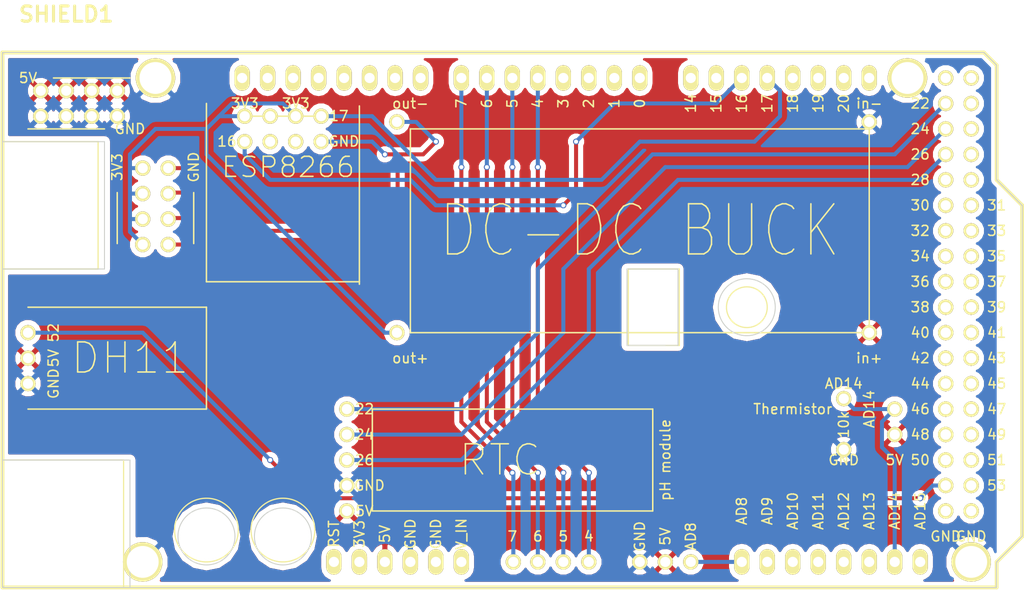
<source format=kicad_pcb>
(kicad_pcb (version 4) (host pcbnew "(after 2015-mar-04 BZR unknown)-product")

  (general
    (links 74)
    (no_connects 1)
    (area 75.75 27.486 178.190501 86.81)
    (thickness 1.6)
    (drawings 25)
    (tracks 122)
    (zones 0)
    (modules 1)
    (nets 77)
  )

  (page A4)
  (layers
    (0 F.Cu signal)
    (31 B.Cu signal)
    (32 B.Adhes user)
    (33 F.Adhes user)
    (34 B.Paste user)
    (35 F.Paste user)
    (36 B.SilkS user)
    (37 F.SilkS user)
    (38 B.Mask user)
    (39 F.Mask user)
    (40 Dwgs.User user)
    (41 Cmts.User user)
    (42 Eco1.User user)
    (43 Eco2.User user)
    (44 Edge.Cuts user)
    (45 Margin user)
    (46 B.CrtYd user)
    (47 F.CrtYd user)
    (48 B.Fab user)
    (49 F.Fab user)
  )

  (setup
    (last_trace_width 0.4)
    (trace_clearance 0.2)
    (zone_clearance 0.508)
    (zone_45_only no)
    (trace_min 0.2)
    (segment_width 0.2)
    (edge_width 0.1)
    (via_size 0.6)
    (via_drill 0.4)
    (via_min_size 0.35)
    (via_min_drill 0.35)
    (uvia_size 0.35)
    (uvia_drill 0.34)
    (uvias_allowed no)
    (uvia_min_size 0.32)
    (uvia_min_drill 0.34)
    (pcb_text_width 0.3)
    (pcb_text_size 1.5 1.5)
    (mod_edge_width 0.15)
    (mod_text_size 1 1)
    (mod_text_width 0.15)
    (pad_size 1.5 1.5)
    (pad_drill 0.6)
    (pad_to_mask_clearance 0)
    (aux_axis_origin 0 0)
    (visible_elements 7FFFFFFF)
    (pcbplotparams
      (layerselection 0x010f0_80000001)
      (usegerberextensions false)
      (excludeedgelayer true)
      (linewidth 0.100000)
      (plotframeref false)
      (viasonmask false)
      (mode 1)
      (useauxorigin false)
      (hpglpennumber 1)
      (hpglpenspeed 20)
      (hpglpendiameter 15)
      (hpglpenoverlay 2)
      (psnegative false)
      (psa4output false)
      (plotreference true)
      (plotvalue true)
      (plotinvisibletext false)
      (padsonsilk false)
      (subtractmaskfromsilk false)
      (outputformat 1)
      (mirror false)
      (drillshape 0)
      (scaleselection 1)
      (outputdirectory Gerber_test/))
  )

  (net 0 "")
  (net 1 "Net-(SHIELD1-Pad14)")
  (net 2 "Net-(SHIELD1-Pad15)")
  (net 3 "Net-(SHIELD1-Pad16)")
  (net 4 "Net-(SHIELD1-Pad17)")
  (net 5 "Net-(SHIELD1-Pad18)")
  (net 6 "Net-(SHIELD1-Pad19)")
  (net 7 "Net-(SHIELD1-Pad20)")
  (net 8 "Net-(SHIELD1-Pad21)")
  (net 9 "Net-(SHIELD1-PadAD15)")
  (net 10 "Net-(SHIELD1-PadAD14)")
  (net 11 "Net-(SHIELD1-PadAD13)")
  (net 12 "Net-(SHIELD1-PadAD12)")
  (net 13 "Net-(SHIELD1-PadAD8)")
  (net 14 "Net-(SHIELD1-PadAD9)")
  (net 15 "Net-(SHIELD1-PadAD10)")
  (net 16 "Net-(SHIELD1-PadAD11)")
  (net 17 "Net-(SHIELD1-PadAD0)")
  (net 18 "Net-(SHIELD1-PadAD1)")
  (net 19 "Net-(SHIELD1-PadV_IN)")
  (net 20 "Net-(SHIELD1-PadGND2)")
  (net 21 "Net-(SHIELD1-PadGND1)")
  (net 22 "Net-(SHIELD1-Pad3V3)")
  (net 23 "Net-(SHIELD1-PadRST)")
  (net 24 "Net-(SHIELD1-Pad0)")
  (net 25 "Net-(SHIELD1-Pad1)")
  (net 26 "Net-(SHIELD1-Pad2)")
  (net 27 "Net-(SHIELD1-Pad3)")
  (net 28 "Net-(SHIELD1-Pad4)")
  (net 29 "Net-(SHIELD1-Pad5)")
  (net 30 "Net-(SHIELD1-Pad6)")
  (net 31 "Net-(SHIELD1-Pad7)")
  (net 32 "Net-(SHIELD1-Pad8)")
  (net 33 "Net-(SHIELD1-Pad9)")
  (net 34 "Net-(SHIELD1-Pad10)")
  (net 35 "Net-(SHIELD1-Pad11)")
  (net 36 "Net-(SHIELD1-Pad12)")
  (net 37 "Net-(SHIELD1-Pad13)")
  (net 38 "Net-(SHIELD1-PadGND3)")
  (net 39 "Net-(SHIELD1-PadAREF)")
  (net 40 "Net-(SHIELD1-Pad5V)")
  (net 41 "Net-(SHIELD1-Pad22)")
  (net 42 "Net-(SHIELD1-Pad23)")
  (net 43 "Net-(SHIELD1-Pad24)")
  (net 44 "Net-(SHIELD1-Pad25)")
  (net 45 "Net-(SHIELD1-Pad26)")
  (net 46 "Net-(SHIELD1-Pad27)")
  (net 47 "Net-(SHIELD1-Pad28)")
  (net 48 "Net-(SHIELD1-Pad29)")
  (net 49 "Net-(SHIELD1-Pad5V_4)")
  (net 50 "Net-(SHIELD1-Pad5V_5)")
  (net 51 "Net-(SHIELD1-Pad31)")
  (net 52 "Net-(SHIELD1-Pad30)")
  (net 53 "Net-(SHIELD1-Pad32)")
  (net 54 "Net-(SHIELD1-Pad33)")
  (net 55 "Net-(SHIELD1-Pad34)")
  (net 56 "Net-(SHIELD1-Pad35)")
  (net 57 "Net-(SHIELD1-Pad36)")
  (net 58 "Net-(SHIELD1-Pad37)")
  (net 59 "Net-(SHIELD1-Pad38)")
  (net 60 "Net-(SHIELD1-Pad39)")
  (net 61 "Net-(SHIELD1-Pad40)")
  (net 62 "Net-(SHIELD1-Pad41)")
  (net 63 "Net-(SHIELD1-Pad42)")
  (net 64 "Net-(SHIELD1-Pad43)")
  (net 65 "Net-(SHIELD1-Pad44)")
  (net 66 "Net-(SHIELD1-Pad45)")
  (net 67 "Net-(SHIELD1-Pad46)")
  (net 68 "Net-(SHIELD1-Pad47)")
  (net 69 "Net-(SHIELD1-Pad48)")
  (net 70 "Net-(SHIELD1-Pad49)")
  (net 71 "Net-(SHIELD1-Pad50)")
  (net 72 "Net-(SHIELD1-Pad51)")
  (net 73 "Net-(SHIELD1-Pad52)")
  (net 74 "Net-(SHIELD1-Pad53)")
  (net 75 "Net-(SHIELD1-PadGND4)")
  (net 76 "Net-(SHIELD1-PadGND5)")

  (net_class Default "This is the default net class."
    (clearance 0.2)
    (trace_width 0.4)
    (via_dia 0.6)
    (via_drill 0.4)
    (uvia_dia 0.35)
    (uvia_drill 0.34)
    (add_net "Net-(SHIELD1-Pad0)")
    (add_net "Net-(SHIELD1-Pad1)")
    (add_net "Net-(SHIELD1-Pad10)")
    (add_net "Net-(SHIELD1-Pad11)")
    (add_net "Net-(SHIELD1-Pad12)")
    (add_net "Net-(SHIELD1-Pad13)")
    (add_net "Net-(SHIELD1-Pad14)")
    (add_net "Net-(SHIELD1-Pad15)")
    (add_net "Net-(SHIELD1-Pad16)")
    (add_net "Net-(SHIELD1-Pad17)")
    (add_net "Net-(SHIELD1-Pad18)")
    (add_net "Net-(SHIELD1-Pad19)")
    (add_net "Net-(SHIELD1-Pad2)")
    (add_net "Net-(SHIELD1-Pad20)")
    (add_net "Net-(SHIELD1-Pad21)")
    (add_net "Net-(SHIELD1-Pad22)")
    (add_net "Net-(SHIELD1-Pad23)")
    (add_net "Net-(SHIELD1-Pad24)")
    (add_net "Net-(SHIELD1-Pad25)")
    (add_net "Net-(SHIELD1-Pad26)")
    (add_net "Net-(SHIELD1-Pad27)")
    (add_net "Net-(SHIELD1-Pad28)")
    (add_net "Net-(SHIELD1-Pad29)")
    (add_net "Net-(SHIELD1-Pad3)")
    (add_net "Net-(SHIELD1-Pad30)")
    (add_net "Net-(SHIELD1-Pad31)")
    (add_net "Net-(SHIELD1-Pad32)")
    (add_net "Net-(SHIELD1-Pad33)")
    (add_net "Net-(SHIELD1-Pad34)")
    (add_net "Net-(SHIELD1-Pad35)")
    (add_net "Net-(SHIELD1-Pad36)")
    (add_net "Net-(SHIELD1-Pad37)")
    (add_net "Net-(SHIELD1-Pad38)")
    (add_net "Net-(SHIELD1-Pad39)")
    (add_net "Net-(SHIELD1-Pad3V3)")
    (add_net "Net-(SHIELD1-Pad4)")
    (add_net "Net-(SHIELD1-Pad40)")
    (add_net "Net-(SHIELD1-Pad41)")
    (add_net "Net-(SHIELD1-Pad42)")
    (add_net "Net-(SHIELD1-Pad43)")
    (add_net "Net-(SHIELD1-Pad44)")
    (add_net "Net-(SHIELD1-Pad45)")
    (add_net "Net-(SHIELD1-Pad46)")
    (add_net "Net-(SHIELD1-Pad47)")
    (add_net "Net-(SHIELD1-Pad48)")
    (add_net "Net-(SHIELD1-Pad49)")
    (add_net "Net-(SHIELD1-Pad5)")
    (add_net "Net-(SHIELD1-Pad50)")
    (add_net "Net-(SHIELD1-Pad51)")
    (add_net "Net-(SHIELD1-Pad52)")
    (add_net "Net-(SHIELD1-Pad53)")
    (add_net "Net-(SHIELD1-Pad5V)")
    (add_net "Net-(SHIELD1-Pad5V_4)")
    (add_net "Net-(SHIELD1-Pad5V_5)")
    (add_net "Net-(SHIELD1-Pad6)")
    (add_net "Net-(SHIELD1-Pad7)")
    (add_net "Net-(SHIELD1-Pad8)")
    (add_net "Net-(SHIELD1-Pad9)")
    (add_net "Net-(SHIELD1-PadAD0)")
    (add_net "Net-(SHIELD1-PadAD1)")
    (add_net "Net-(SHIELD1-PadAD10)")
    (add_net "Net-(SHIELD1-PadAD11)")
    (add_net "Net-(SHIELD1-PadAD12)")
    (add_net "Net-(SHIELD1-PadAD13)")
    (add_net "Net-(SHIELD1-PadAD14)")
    (add_net "Net-(SHIELD1-PadAD15)")
    (add_net "Net-(SHIELD1-PadAD8)")
    (add_net "Net-(SHIELD1-PadAD9)")
    (add_net "Net-(SHIELD1-PadAREF)")
    (add_net "Net-(SHIELD1-PadGND1)")
    (add_net "Net-(SHIELD1-PadGND2)")
    (add_net "Net-(SHIELD1-PadGND3)")
    (add_net "Net-(SHIELD1-PadGND4)")
    (add_net "Net-(SHIELD1-PadGND5)")
    (add_net "Net-(SHIELD1-PadRST)")
    (add_net "Net-(SHIELD1-PadV_IN)")
  )

  (module Hydro_shield:ARDUINO_MEGA_SHIELD_040pins (layer F.Cu) (tedit 551DCD3B) (tstamp 551EB5F1)
    (at 76.2 86.36)
    (path /551AB5C7)
    (fp_text reference SHIELD1 (at 6.35 -57.15) (layer F.SilkS)
      (effects (font (thickness 0.3048)))
    )
    (fp_text value ARDUINO_MEGA_SHIELD (at 13.97 -54.61) (layer F.SilkS) hide
      (effects (font (thickness 0.3048)))
    )
    (fp_text user 31 (at 99.06 -38.1) (layer F.SilkS)
      (effects (font (size 1 1) (thickness 0.15)))
    )
    (fp_text user 33 (at 99.06 -35.56) (layer F.SilkS)
      (effects (font (size 1 1) (thickness 0.15)))
    )
    (fp_text user 35 (at 99.06 -33.02) (layer F.SilkS)
      (effects (font (size 1 1) (thickness 0.15)))
    )
    (fp_text user 37 (at 99.06 -30.48) (layer F.SilkS)
      (effects (font (size 1 1) (thickness 0.15)))
    )
    (fp_text user 39 (at 99.06 -27.94) (layer F.SilkS)
      (effects (font (size 1 1) (thickness 0.15)))
    )
    (fp_text user 41 (at 99.06 -25.4) (layer F.SilkS)
      (effects (font (size 1 1) (thickness 0.15)))
    )
    (fp_text user 43 (at 99.06 -22.86) (layer F.SilkS)
      (effects (font (size 1 1) (thickness 0.15)))
    )
    (fp_text user 45 (at 99.06 -20.32) (layer F.SilkS)
      (effects (font (size 1 1) (thickness 0.15)))
    )
    (fp_text user 47 (at 99.06 -17.78) (layer F.SilkS)
      (effects (font (size 1 1) (thickness 0.15)))
    )
    (fp_text user 49 (at 99.06 -15.24) (layer F.SilkS)
      (effects (font (size 1 1) (thickness 0.15)))
    )
    (fp_text user 51 (at 99.06 -12.7) (layer F.SilkS)
      (effects (font (size 1 1) (thickness 0.15)))
    )
    (fp_text user 53 (at 99.06 -10.16) (layer F.SilkS)
      (effects (font (size 1 1) (thickness 0.15)))
    )
    (fp_text user RST (at 33.02 -5.33 90) (layer F.SilkS)
      (effects (font (size 1 1) (thickness 0.15)))
    )
    (fp_text user 3V3 (at 35.56 -5.33 90) (layer F.SilkS)
      (effects (font (size 1 1) (thickness 0.15)))
    )
    (fp_text user 5V (at 38.1 -5.33 90) (layer F.SilkS)
      (effects (font (size 1 1) (thickness 0.15)))
    )
    (fp_text user GND (at 40.64 -5.33 90) (layer F.SilkS)
      (effects (font (size 1 1) (thickness 0.15)))
    )
    (fp_text user GND (at 43.18 -5.33 90) (layer F.SilkS)
      (effects (font (size 1 1) (thickness 0.15)))
    )
    (fp_text user V_IN (at 45.72 -5.33 90) (layer F.SilkS)
      (effects (font (size 1 1) (thickness 0.15)))
    )
    (fp_text user 22 (at 36.06 -17.78) (layer F.SilkS)
      (effects (font (size 1 1) (thickness 0.15)))
    )
    (fp_text user 24 (at 36.06 -15.24) (layer F.SilkS)
      (effects (font (size 1 1) (thickness 0.15)))
    )
    (fp_text user 26 (at 36.06 -12.7) (layer F.SilkS)
      (effects (font (size 1 1) (thickness 0.15)))
    )
    (fp_text user GND (at 36.56 -10.16) (layer F.SilkS)
      (effects (font (size 1 1) (thickness 0.15)))
    )
    (fp_text user 5V (at 36.06 -7.62) (layer F.SilkS)
      (effects (font (size 1 1) (thickness 0.15)))
    )
    (fp_text user 7 (at 45.72 -48.26 90) (layer F.SilkS)
      (effects (font (size 1 1) (thickness 0.15)))
    )
    (fp_text user 6 (at 48.26 -48.26 90) (layer F.SilkS)
      (effects (font (size 1 1) (thickness 0.15)))
    )
    (fp_text user 5 (at 50.8 -48.26 90) (layer F.SilkS)
      (effects (font (size 1 1) (thickness 0.15)))
    )
    (fp_text user 4 (at 53.34 -48.26 90) (layer F.SilkS)
      (effects (font (size 1 1) (thickness 0.15)))
    )
    (fp_text user 3 (at 55.88 -48.26 90) (layer F.SilkS)
      (effects (font (size 1 1) (thickness 0.15)))
    )
    (fp_text user 2 (at 58.42 -48.26 90) (layer F.SilkS)
      (effects (font (size 1 1) (thickness 0.15)))
    )
    (fp_text user 1 (at 60.96 -48.26 90) (layer F.SilkS)
      (effects (font (size 1 1) (thickness 0.15)))
    )
    (fp_text user 0 (at 63.5 -48.26 90) (layer F.SilkS)
      (effects (font (size 1 1) (thickness 0.15)))
    )
    (fp_text user 14 (at 68.58 -48.26 90) (layer F.SilkS)
      (effects (font (size 1 1) (thickness 0.15)))
    )
    (fp_text user 15 (at 71.12 -48.26 90) (layer F.SilkS)
      (effects (font (size 1 1) (thickness 0.15)))
    )
    (fp_text user 16 (at 73.66 -48.26 90) (layer F.SilkS)
      (effects (font (size 1 1) (thickness 0.15)))
    )
    (fp_text user 17 (at 76.2 -48.26 90) (layer F.SilkS)
      (effects (font (size 1 1) (thickness 0.15)))
    )
    (fp_text user 18 (at 78.74 -48.26 90) (layer F.SilkS)
      (effects (font (size 1 1) (thickness 0.15)))
    )
    (fp_text user 19 (at 81.28 -48.26 90) (layer F.SilkS)
      (effects (font (size 1 1) (thickness 0.15)))
    )
    (fp_text user 20 (at 83.82 -48.26 90) (layer F.SilkS)
      (effects (font (size 1 1) (thickness 0.15)))
    )
    (fp_line (start 0 0) (end 99.06 0) (layer F.SilkS) (width 0.381))
    (fp_line (start 10.16 -45.72) (end 2.54 -45.72) (layer F.SilkS) (width 0.15))
    (fp_line (start 5.08 -50.8) (end 12.7 -50.8) (layer F.SilkS) (width 0.15))
    (fp_text user 5V (at 2.54 -50.8) (layer F.SilkS)
      (effects (font (size 1 1) (thickness 0.15)))
    )
    (fp_text user GND (at 12.7 -45.72) (layer F.SilkS)
      (effects (font (size 1 1) (thickness 0.15)))
    )
    (fp_line (start 35.56 -30.23) (end 35.56 -48.01) (layer F.SilkS) (width 0.15))
    (fp_line (start 20.32 -30.48) (end 35.56 -30.48) (layer F.SilkS) (width 0.15))
    (fp_line (start 20.32 -48.26) (end 20.32 -30.48) (layer F.SilkS) (width 0.15))
    (fp_text user 16 (at 22.36 -44.47 180) (layer F.SilkS)
      (effects (font (size 1 1) (thickness 0.15)))
    )
    (fp_text user GND (at 34.02 -44.47 180) (layer F.SilkS)
      (effects (font (size 1 1) (thickness 0.15)))
    )
    (fp_text user 17 (at 33.52 -47.01 180) (layer F.SilkS)
      (effects (font (size 1 1) (thickness 0.15)))
    )
    (fp_text user 3V3 (at 29.23 -48.26 180) (layer F.SilkS)
      (effects (font (size 1 1) (thickness 0.15)))
    )
    (fp_text user 3V3 (at 24.15 -48.26 180) (layer F.SilkS)
      (effects (font (size 1 1) (thickness 0.15)))
    )
    (fp_text user "DC-DC BUCK" (at 63.5 -35.56 180) (layer F.SilkS)
      (effects (font (size 5 4) (thickness 0.15)))
    )
    (fp_text user 10k (at 83.82 -16.24 90) (layer F.SilkS)
      (effects (font (size 1 1) (thickness 0.15)))
    )
    (fp_text user Thermistor (at 78.74 -17.78) (layer F.SilkS)
      (effects (font (size 1 1) (thickness 0.15)))
    )
    (fp_text user "pH module" (at 66.04 -12.7 270) (layer F.SilkS)
      (effects (font (size 1 1) (thickness 0.15)))
    )
    (fp_text user DH11 (at 12.7 -22.86 180) (layer F.SilkS)
      (effects (font (size 3 3) (thickness 0.15)))
    )
    (fp_text user ESP8266 (at 28.46 -41.91) (layer F.SilkS)
      (effects (font (size 2 2) (thickness 0.15)))
    )
    (fp_text user RTC (at 49.55 -12.7) (layer F.SilkS)
      (effects (font (size 3 3) (thickness 0.15)))
    )
    (fp_text user in- (at 86.36 -48.26 180) (layer F.SilkS)
      (effects (font (size 1 1) (thickness 0.15)))
    )
    (fp_text user in+ (at 86.36 -22.86 180) (layer F.SilkS)
      (effects (font (size 1 1) (thickness 0.15)))
    )
    (fp_text user out- (at 40.64 -48.26 180) (layer F.SilkS)
      (effects (font (size 1 1) (thickness 0.15)))
    )
    (fp_text user out+ (at 40.64 -22.86 180) (layer F.SilkS)
      (effects (font (size 1 1) (thickness 0.15)))
    )
    (fp_line (start 31.75 -46.99) (end 24.13 -46.99) (layer F.SilkS) (width 0.15))
    (fp_line (start 36.85 -7.62) (end 36.85 -17.78) (layer F.SilkS) (width 0.15))
    (fp_line (start 36.85 -17.78) (end 64.79 -17.78) (layer F.SilkS) (width 0.15))
    (fp_line (start 64.79 -17.78) (end 64.79 -7.62) (layer F.SilkS) (width 0.15))
    (fp_line (start 64.79 -7.62) (end 36.85 -7.62) (layer F.SilkS) (width 0.15))
    (fp_line (start 40.64 -25.4) (end 40.64 -45.72) (layer F.SilkS) (width 0.15))
    (fp_line (start 40.64 -45.72) (end 86.36 -45.72) (layer F.SilkS) (width 0.15))
    (fp_line (start 86.36 -45.72) (end 86.36 -25.4) (layer F.SilkS) (width 0.15))
    (fp_line (start 86.36 -25.4) (end 40.64 -25.4) (layer F.SilkS) (width 0.15))
    (fp_line (start 2.54 -17.78) (end 20.32 -17.78) (layer F.SilkS) (width 0.15))
    (fp_line (start 20.32 -17.78) (end 20.32 -27.94) (layer F.SilkS) (width 0.15))
    (fp_line (start 20.32 -27.94) (end 2.54 -27.94) (layer F.SilkS) (width 0.15))
    (fp_text user 22 (at 91.44 -48.26) (layer F.SilkS)
      (effects (font (size 1 1) (thickness 0.15)))
    )
    (fp_text user 24 (at 91.44 -45.72) (layer F.SilkS)
      (effects (font (size 1 1) (thickness 0.15)))
    )
    (fp_text user 26 (at 91.44 -43.18) (layer F.SilkS)
      (effects (font (size 1 1) (thickness 0.15)))
    )
    (fp_text user 28 (at 91.44 -40.64) (layer F.SilkS)
      (effects (font (size 1 1) (thickness 0.15)))
    )
    (fp_text user 30 (at 91.44 -38.1) (layer F.SilkS)
      (effects (font (size 1 1) (thickness 0.15)))
    )
    (fp_text user 32 (at 91.44 -35.56) (layer F.SilkS)
      (effects (font (size 1 1) (thickness 0.15)))
    )
    (fp_text user 34 (at 91.44 -33.02) (layer F.SilkS)
      (effects (font (size 1 1) (thickness 0.15)))
    )
    (fp_text user 36 (at 91.44 -30.48) (layer F.SilkS)
      (effects (font (size 1 1) (thickness 0.15)))
    )
    (fp_text user 38 (at 91.44 -27.94) (layer F.SilkS)
      (effects (font (size 1 1) (thickness 0.15)))
    )
    (fp_text user 40 (at 91.44 -25.4) (layer F.SilkS)
      (effects (font (size 1 1) (thickness 0.15)))
    )
    (fp_text user 42 (at 91.44 -22.86) (layer F.SilkS)
      (effects (font (size 1 1) (thickness 0.15)))
    )
    (fp_text user 44 (at 91.44 -20.32) (layer F.SilkS)
      (effects (font (size 1 1) (thickness 0.15)))
    )
    (fp_text user 46 (at 91.44 -17.78) (layer F.SilkS)
      (effects (font (size 1 1) (thickness 0.15)))
    )
    (fp_text user 48 (at 91.44 -15.24) (layer F.SilkS)
      (effects (font (size 1 1) (thickness 0.15)))
    )
    (fp_text user 50 (at 91.44 -12.7) (layer F.SilkS)
      (effects (font (size 1 1) (thickness 0.15)))
    )
    (fp_text user GND (at 96.52 -5.08) (layer F.SilkS)
      (effects (font (size 1 1) (thickness 0.15)))
    )
    (fp_text user GND (at 93.98 -5.08) (layer F.SilkS)
      (effects (font (size 1 1) (thickness 0.15)))
    )
    (fp_text user AD15 (at 91.44 -7.62 90) (layer F.SilkS)
      (effects (font (size 1 1) (thickness 0.15)))
    )
    (fp_text user AD14 (at 88.9 -7.62 90) (layer F.SilkS)
      (effects (font (size 1 1) (thickness 0.15)))
    )
    (fp_text user AD13 (at 86.36 -7.62 90) (layer F.SilkS)
      (effects (font (size 1 1) (thickness 0.15)))
    )
    (fp_text user AD12 (at 83.82 -7.62 90) (layer F.SilkS)
      (effects (font (size 1 1) (thickness 0.15)))
    )
    (fp_text user AD11 (at 81.28 -7.62 90) (layer F.SilkS)
      (effects (font (size 1 1) (thickness 0.15)))
    )
    (fp_text user AD10 (at 78.74 -7.62 90) (layer F.SilkS)
      (effects (font (size 1 1) (thickness 0.15)))
    )
    (fp_text user AD9 (at 76.2 -7.62 90) (layer F.SilkS)
      (effects (font (size 1 1) (thickness 0.15)))
    )
    (fp_text user AD8 (at 73.66 -7.62 90) (layer F.SilkS)
      (effects (font (size 1 1) (thickness 0.15)))
    )
    (fp_text user AD8 (at 68.58 -5.08 90) (layer F.SilkS)
      (effects (font (size 1 1) (thickness 0.15)))
    )
    (fp_text user 5V (at 66.04 -5.08 270) (layer F.SilkS)
      (effects (font (size 1 1) (thickness 0.15)))
    )
    (fp_text user GND (at 63.5 -5.08 270) (layer F.SilkS)
      (effects (font (size 1 1) (thickness 0.15)))
    )
    (fp_text user 5V (at 88.9 -12.7) (layer F.SilkS)
      (effects (font (size 1 1) (thickness 0.15)))
    )
    (fp_text user AD14 (at 86.36 -17.78 90) (layer F.SilkS)
      (effects (font (size 1 1) (thickness 0.15)))
    )
    (fp_text user AD14 (at 83.82 -20.32 180) (layer F.SilkS)
      (effects (font (size 1 1) (thickness 0.15)))
    )
    (fp_text user GND (at 83.82 -12.7) (layer F.SilkS)
      (effects (font (size 1 1) (thickness 0.15)))
    )
    (fp_text user GND (at 5.08 -20.32 270) (layer F.SilkS)
      (effects (font (size 1 1) (thickness 0.15)))
    )
    (fp_text user 5V (at 5.08 -22.86 270) (layer F.SilkS)
      (effects (font (size 1 1) (thickness 0.15)))
    )
    (fp_text user 52 (at 5.08 -25.4 270) (layer F.SilkS)
      (effects (font (size 1 1) (thickness 0.15)))
    )
    (fp_text user 7 (at 50.8 -5.08) (layer F.SilkS)
      (effects (font (size 1 1) (thickness 0.15)))
    )
    (fp_text user 6 (at 53.34 -5.08) (layer F.SilkS)
      (effects (font (size 1 1) (thickness 0.15)))
    )
    (fp_text user 5 (at 55.88 -5.08) (layer F.SilkS)
      (effects (font (size 1 1) (thickness 0.15)))
    )
    (fp_text user 4 (at 58.42 -5.08) (layer F.SilkS)
      (effects (font (size 1 1) (thickness 0.15)))
    )
    (fp_line (start 11.43 -39.37) (end 11.43 -34.29) (layer F.SilkS) (width 0.15))
    (fp_text user 3V3 (at 11.43 -41.91 270) (layer F.SilkS)
      (effects (font (size 1 1) (thickness 0.15)))
    )
    (fp_line (start 19.05 -39.37) (end 19.05 -34.29) (layer F.SilkS) (width 0.15))
    (fp_text user GND (at 19.05 -41.91 270) (layer F.SilkS)
      (effects (font (size 1 1) (thickness 0.15)))
    )
    (fp_circle (center 27.94 -5.715) (end 31.115 -5.715) (layer F.SilkS) (width 0.127))
    (fp_circle (center 20.32 -5.715) (end 23.495 -5.715) (layer F.SilkS) (width 0.127))
    (fp_line (start 0 -12.7) (end 12.065 -12.7) (layer F.SilkS) (width 0.127))
    (fp_line (start 12.065 -12.7) (end 12.065 0) (layer F.SilkS) (width 0.127))
    (fp_line (start 0 -44.45) (end 9.525 -44.45) (layer F.SilkS) (width 0.127))
    (fp_line (start 9.525 -44.45) (end 9.525 -31.75) (layer F.SilkS) (width 0.127))
    (fp_line (start 9.525 -31.75) (end 0 -31.75) (layer F.SilkS) (width 0.127))
    (fp_line (start 62.357 -31.75) (end 62.357 -24.13) (layer F.SilkS) (width 0.127))
    (fp_line (start 62.357 -24.13) (end 67.437 -24.13) (layer F.SilkS) (width 0.127))
    (fp_line (start 67.437 -24.13) (end 67.437 -31.75) (layer F.SilkS) (width 0.127))
    (fp_line (start 67.437 -31.75) (end 62.357 -31.75) (layer F.SilkS) (width 0.127))
    (fp_circle (center 74.168 -27.94) (end 76.2 -27.94) (layer F.SilkS) (width 0.127))
    (fp_line (start 97.79 -53.34) (end 0 -53.34) (layer F.SilkS) (width 0.381))
    (fp_line (start 99.06 -40.64) (end 99.06 -52.07) (layer F.SilkS) (width 0.381))
    (fp_line (start 99.06 -52.07) (end 97.79 -53.34) (layer F.SilkS) (width 0.381))
    (fp_line (start 0 0) (end 0 -53.34) (layer F.SilkS) (width 0.381))
    (fp_line (start 99.06 -40.64) (end 101.6 -38.1) (layer F.SilkS) (width 0.381))
    (fp_line (start 101.6 -38.1) (end 101.6 -5.08) (layer F.SilkS) (width 0.381))
    (fp_line (start 101.6 -5.08) (end 99.06 -2.54) (layer F.SilkS) (width 0.381))
    (fp_line (start 99.06 -2.54) (end 99.06 0) (layer F.SilkS) (width 0.381))
    (pad GND1 thru_hole circle (at 8.89 -46.99) (size 1.524 1.524) (drill 1.016) (layers *.Cu *.Mask F.SilkS)
      (net 21 "Net-(SHIELD1-PadGND1)"))
    (pad 5V thru_hole circle (at 8.89 -49.53) (size 1.524 1.524) (drill 1.016) (layers *.Cu *.Mask F.SilkS)
      (net 40 "Net-(SHIELD1-Pad5V)"))
    (pad 5V thru_hole circle (at 11.43 -49.53) (size 1.524 1.524) (drill 1.016) (layers *.Cu *.Mask F.SilkS)
      (net 40 "Net-(SHIELD1-Pad5V)"))
    (pad GND1 thru_hole circle (at 11.43 -46.99) (size 1.524 1.524) (drill 1.016) (layers *.Cu *.Mask F.SilkS)
      (net 21 "Net-(SHIELD1-PadGND1)"))
    (pad GND1 thru_hole circle (at 6.35 -46.99) (size 1.524 1.524) (drill 1.016) (layers *.Cu *.Mask F.SilkS)
      (net 21 "Net-(SHIELD1-PadGND1)"))
    (pad 5V thru_hole circle (at 6.35 -49.53) (size 1.524 1.524) (drill 1.016) (layers *.Cu *.Mask F.SilkS)
      (net 40 "Net-(SHIELD1-Pad5V)"))
    (pad 5V thru_hole circle (at 3.81 -49.53) (size 1.524 1.524) (drill 1.016) (layers *.Cu *.Mask F.SilkS)
      (net 40 "Net-(SHIELD1-Pad5V)"))
    (pad GND1 thru_hole circle (at 3.81 -46.99) (size 1.524 1.524) (drill 1.016) (layers *.Cu *.Mask F.SilkS)
      (net 21 "Net-(SHIELD1-PadGND1)"))
    (pad AD1 thru_hole circle (at 16.51 -36.73 270) (size 1.524 1.524) (drill 1.016) (layers *.Cu *.Mask F.SilkS)
      (net 18 "Net-(SHIELD1-PadAD1)"))
    (pad AD1 thru_hole circle (at 16.51 -41.81 270) (size 1.524 1.524) (drill 1.016) (layers *.Cu *.Mask F.SilkS)
      (net 18 "Net-(SHIELD1-PadAD1)"))
    (pad AD1 thru_hole circle (at 16.51 -39.27 270) (size 1.524 1.524) (drill 1.016) (layers *.Cu *.Mask F.SilkS)
      (net 18 "Net-(SHIELD1-PadAD1)"))
    (pad AD1 thru_hole circle (at 16.51 -34.19 270) (size 1.524 1.524) (drill 1.016) (layers *.Cu *.Mask F.SilkS)
      (net 18 "Net-(SHIELD1-PadAD1)"))
    (pad AD0 thru_hole circle (at 13.97 -36.73 270) (size 1.524 1.524) (drill 1.016) (layers *.Cu *.Mask F.SilkS)
      (net 17 "Net-(SHIELD1-PadAD0)"))
    (pad AD0 thru_hole circle (at 13.97 -34.19 270) (size 1.524 1.524) (drill 1.016) (layers *.Cu *.Mask F.SilkS)
      (net 17 "Net-(SHIELD1-PadAD0)"))
    (pad AD0 thru_hole circle (at 13.97 -39.27 270) (size 1.524 1.524) (drill 1.016) (layers *.Cu *.Mask F.SilkS)
      (net 17 "Net-(SHIELD1-PadAD0)"))
    (pad AD0 thru_hole circle (at 13.97 -41.81 270) (size 1.524 1.524) (drill 1.016) (layers *.Cu *.Mask F.SilkS)
      (net 17 "Net-(SHIELD1-PadAD0)"))
    (pad 7 thru_hole circle (at 50.9 -2.54) (size 1.524 1.524) (drill 1.016) (layers *.Cu *.Mask F.SilkS)
      (net 31 "Net-(SHIELD1-Pad7)"))
    (pad 6 thru_hole circle (at 53.34 -2.54) (size 1.524 1.524) (drill 1.016) (layers *.Cu *.Mask F.SilkS)
      (net 30 "Net-(SHIELD1-Pad6)"))
    (pad 5 thru_hole circle (at 55.88 -2.54) (size 1.524 1.524) (drill 1.016) (layers *.Cu *.Mask F.SilkS)
      (net 29 "Net-(SHIELD1-Pad5)"))
    (pad 4 thru_hole circle (at 58.42 -2.54) (size 1.524 1.524) (drill 1.016) (layers *.Cu *.Mask F.SilkS)
      (net 28 "Net-(SHIELD1-Pad4)"))
    (pad 50 thru_hole circle (at 93.98 -12.7) (size 1.524 1.524) (drill 1.016) (layers *.Cu *.Mask F.SilkS)
      (net 71 "Net-(SHIELD1-Pad50)"))
    (pad 48 thru_hole circle (at 93.98 -15.24) (size 1.524 1.524) (drill 1.016) (layers *.Cu *.Mask F.SilkS)
      (net 69 "Net-(SHIELD1-Pad48)"))
    (pad 46 thru_hole circle (at 93.98 -17.78) (size 1.524 1.524) (drill 1.016) (layers *.Cu *.Mask F.SilkS)
      (net 67 "Net-(SHIELD1-Pad46)"))
    (pad 44 thru_hole circle (at 93.98 -20.32) (size 1.524 1.524) (drill 1.016) (layers *.Cu *.Mask F.SilkS)
      (net 65 "Net-(SHIELD1-Pad44)"))
    (pad 44 thru_hole circle (at 93.98 -20.32) (size 1.524 1.524) (drill 1.016) (layers *.Cu *.Mask F.SilkS)
      (net 65 "Net-(SHIELD1-Pad44)"))
    (pad 46 thru_hole circle (at 93.98 -17.78) (size 1.524 1.524) (drill 1.016) (layers *.Cu *.Mask F.SilkS)
      (net 67 "Net-(SHIELD1-Pad46)"))
    (pad 48 thru_hole circle (at 93.98 -15.24) (size 1.524 1.524) (drill 1.016) (layers *.Cu *.Mask F.SilkS)
      (net 69 "Net-(SHIELD1-Pad48)"))
    (pad 50 thru_hole circle (at 93.98 -12.7) (size 1.524 1.524) (drill 1.016) (layers *.Cu *.Mask F.SilkS)
      (net 71 "Net-(SHIELD1-Pad50)"))
    (pad GND1 thru_hole circle (at 83.82 -13.74) (size 1.524 1.524) (drill 1.016) (layers *.Cu *.Mask F.SilkS)
      (net 21 "Net-(SHIELD1-PadGND1)"))
    (pad AD14 thru_hole circle (at 83.82 -18.82) (size 1.524 1.524) (drill 1.016) (layers *.Cu *.Mask F.SilkS)
      (net 10 "Net-(SHIELD1-PadAD14)"))
    (pad AD14 thru_hole circle (at 88.9 -17.78) (size 1.524 1.524) (drill 1.016) (layers *.Cu *.Mask F.SilkS)
      (net 10 "Net-(SHIELD1-PadAD14)"))
    (pad 5V thru_hole circle (at 88.9 -15.24) (size 1.524 1.524) (drill 1.016) (layers *.Cu *.Mask F.SilkS)
      (net 40 "Net-(SHIELD1-Pad5V)"))
    (pad AD0 thru_hole circle (at 39.3 -25.4 180) (size 1.524 1.524) (drill 1.016) (layers *.Cu *.Mask F.SilkS)
      (net 17 "Net-(SHIELD1-PadAD0)"))
    (pad AD1 thru_hole circle (at 39.3 -46.42 180) (size 1.524 1.524) (drill 1.016) (layers *.Cu *.Mask F.SilkS)
      (net 18 "Net-(SHIELD1-PadAD1)"))
    (pad GND1 thru_hole circle (at 86.36 -46.42 180) (size 1.524 1.524) (drill 1.016) (layers *.Cu *.Mask F.SilkS)
      (net 21 "Net-(SHIELD1-PadGND1)"))
    (pad 5V thru_hole circle (at 86.36 -25.4 180) (size 1.524 1.524) (drill 1.016) (layers *.Cu *.Mask F.SilkS)
      (net 40 "Net-(SHIELD1-Pad5V)"))
    (pad 22 thru_hole circle (at 34.31 -17.78) (size 1.524 1.524) (drill 1.016) (layers *.Cu *.Mask F.SilkS)
      (net 41 "Net-(SHIELD1-Pad22)"))
    (pad 24 thru_hole circle (at 34.31 -15.24) (size 1.524 1.524) (drill 1.016) (layers *.Cu *.Mask F.SilkS)
      (net 43 "Net-(SHIELD1-Pad24)"))
    (pad 26 thru_hole circle (at 34.31 -12.7) (size 1.524 1.524) (drill 1.016) (layers *.Cu *.Mask F.SilkS)
      (net 45 "Net-(SHIELD1-Pad26)"))
    (pad GND1 thru_hole circle (at 34.31 -10.16) (size 1.524 1.524) (drill 1.016) (layers *.Cu *.Mask F.SilkS)
      (net 21 "Net-(SHIELD1-PadGND1)"))
    (pad 5V thru_hole circle (at 34.31 -7.62) (size 1.524 1.524) (drill 1.016) (layers *.Cu *.Mask F.SilkS)
      (net 40 "Net-(SHIELD1-Pad5V)"))
    (pad AD8 thru_hole circle (at 68.58 -2.54 270) (size 1.524 1.524) (drill 1.016) (layers *.Cu *.Mask F.SilkS)
      (net 13 "Net-(SHIELD1-PadAD8)"))
    (pad 5V thru_hole circle (at 66.04 -2.54 270) (size 1.524 1.524) (drill 1.016) (layers *.Cu *.Mask F.SilkS)
      (net 40 "Net-(SHIELD1-Pad5V)"))
    (pad GND1 thru_hole circle (at 63.5 -2.54 270) (size 1.524 1.524) (drill 1.016) (layers *.Cu *.Mask F.SilkS)
      (net 21 "Net-(SHIELD1-PadGND1)"))
    (pad GND1 thru_hole circle (at 2.54 -20.32 180) (size 1.524 1.524) (drill 1.016) (layers *.Cu *.Mask F.SilkS)
      (net 21 "Net-(SHIELD1-PadGND1)"))
    (pad 5V thru_hole circle (at 2.54 -22.86 180) (size 1.524 1.524) (drill 1.016) (layers *.Cu *.Mask F.SilkS)
      (net 40 "Net-(SHIELD1-Pad5V)"))
    (pad 52 thru_hole circle (at 2.54 -25.4 180) (size 1.524 1.524) (drill 1.016) (layers *.Cu *.Mask F.SilkS)
      (net 73 "Net-(SHIELD1-Pad52)"))
    (pad 16 thru_hole circle (at 24.13 -44.45 270) (size 1.524 1.524) (drill 1.016) (layers *.Cu *.Mask F.SilkS)
      (net 3 "Net-(SHIELD1-Pad16)"))
    (pad AD0 thru_hole circle (at 24.13 -46.99 270) (size 1.524 1.524) (drill 1.016) (layers *.Cu *.Mask F.SilkS)
      (net 17 "Net-(SHIELD1-PadAD0)"))
    (pad AD0 thru_hole circle (at 29.21 -46.99 270) (size 1.524 1.524) (drill 1.016) (layers *.Cu *.Mask F.SilkS)
      (net 17 "Net-(SHIELD1-PadAD0)"))
    (pad "" thru_hole circle (at 29.21 -44.45 270) (size 1.524 1.524) (drill 1.016) (layers *.Cu *.Mask F.SilkS))
    (pad "" thru_hole circle (at 26.67 -46.99 270) (size 1.524 1.524) (drill 1.016) (layers *.Cu *.Mask F.SilkS))
    (pad "" thru_hole circle (at 26.67 -44.45 270) (size 1.524 1.524) (drill 1.016) (layers *.Cu *.Mask F.SilkS))
    (pad AD1 thru_hole circle (at 31.75 -44.45 270) (size 1.524 1.524) (drill 1.016) (layers *.Cu *.Mask F.SilkS)
      (net 18 "Net-(SHIELD1-PadAD1)"))
    (pad 17 thru_hole circle (at 31.75 -46.99 270) (size 1.524 1.524) (drill 1.016) (layers *.Cu *.Mask F.SilkS)
      (net 4 "Net-(SHIELD1-Pad17)"))
    (pad GND5 thru_hole circle (at 96.52 -7.62) (size 1.524 1.524) (drill 1.016) (layers *.Cu *.Mask F.SilkS)
      (net 76 "Net-(SHIELD1-PadGND5)"))
    (pad GND4 thru_hole circle (at 93.98 -7.62) (size 1.524 1.524) (drill 1.016) (layers *.Cu *.Mask F.SilkS)
      (net 75 "Net-(SHIELD1-PadGND4)"))
    (pad 53 thru_hole circle (at 96.52 -10.16) (size 1.524 1.524) (drill 1.016) (layers *.Cu *.Mask F.SilkS)
      (net 74 "Net-(SHIELD1-Pad53)"))
    (pad 52 thru_hole circle (at 93.98 -10.16) (size 1.524 1.524) (drill 1.016) (layers *.Cu *.Mask F.SilkS)
      (net 73 "Net-(SHIELD1-Pad52)"))
    (pad 51 thru_hole circle (at 96.52 -12.7) (size 1.524 1.524) (drill 1.016) (layers *.Cu *.Mask F.SilkS)
      (net 72 "Net-(SHIELD1-Pad51)"))
    (pad 50 thru_hole circle (at 93.98 -12.7) (size 1.524 1.524) (drill 1.016) (layers *.Cu *.Mask F.SilkS)
      (net 71 "Net-(SHIELD1-Pad50)"))
    (pad 49 thru_hole circle (at 96.52 -15.24) (size 1.524 1.524) (drill 1.016) (layers *.Cu *.Mask F.SilkS)
      (net 70 "Net-(SHIELD1-Pad49)"))
    (pad 48 thru_hole circle (at 93.98 -15.24) (size 1.524 1.524) (drill 1.016) (layers *.Cu *.Mask F.SilkS)
      (net 69 "Net-(SHIELD1-Pad48)"))
    (pad 47 thru_hole circle (at 96.52 -17.78) (size 1.524 1.524) (drill 1.016) (layers *.Cu *.Mask F.SilkS)
      (net 68 "Net-(SHIELD1-Pad47)"))
    (pad 46 thru_hole circle (at 93.98 -17.78) (size 1.524 1.524) (drill 1.016) (layers *.Cu *.Mask F.SilkS)
      (net 67 "Net-(SHIELD1-Pad46)"))
    (pad 45 thru_hole circle (at 96.52 -20.32) (size 1.524 1.524) (drill 1.016) (layers *.Cu *.Mask F.SilkS)
      (net 66 "Net-(SHIELD1-Pad45)"))
    (pad 44 thru_hole circle (at 93.98 -20.32) (size 1.524 1.524) (drill 1.016) (layers *.Cu *.Mask F.SilkS)
      (net 65 "Net-(SHIELD1-Pad44)"))
    (pad 43 thru_hole circle (at 96.52 -22.86) (size 1.524 1.524) (drill 1.016) (layers *.Cu *.Mask F.SilkS)
      (net 64 "Net-(SHIELD1-Pad43)"))
    (pad 42 thru_hole circle (at 93.98 -22.86) (size 1.524 1.524) (drill 1.016) (layers *.Cu *.Mask F.SilkS)
      (net 63 "Net-(SHIELD1-Pad42)"))
    (pad 41 thru_hole circle (at 96.52 -25.4) (size 1.524 1.524) (drill 1.016) (layers *.Cu *.Mask F.SilkS)
      (net 62 "Net-(SHIELD1-Pad41)"))
    (pad 40 thru_hole circle (at 93.98 -25.4) (size 1.524 1.524) (drill 1.016) (layers *.Cu *.Mask F.SilkS)
      (net 61 "Net-(SHIELD1-Pad40)"))
    (pad 39 thru_hole circle (at 96.52 -27.94) (size 1.524 1.524) (drill 1.016) (layers *.Cu *.Mask F.SilkS)
      (net 60 "Net-(SHIELD1-Pad39)"))
    (pad 38 thru_hole circle (at 93.98 -27.94) (size 1.524 1.524) (drill 1.016) (layers *.Cu *.Mask F.SilkS)
      (net 59 "Net-(SHIELD1-Pad38)"))
    (pad 37 thru_hole circle (at 96.52 -30.48) (size 1.524 1.524) (drill 1.016) (layers *.Cu *.Mask F.SilkS)
      (net 58 "Net-(SHIELD1-Pad37)"))
    (pad 36 thru_hole circle (at 93.98 -30.48) (size 1.524 1.524) (drill 1.016) (layers *.Cu *.Mask F.SilkS)
      (net 57 "Net-(SHIELD1-Pad36)"))
    (pad 14 thru_hole oval (at 68.58 -50.8 90) (size 2.54 1.524) (drill 1.016) (layers *.Cu *.Mask F.SilkS)
      (net 1 "Net-(SHIELD1-Pad14)"))
    (pad 15 thru_hole oval (at 71.12 -50.8 90) (size 2.54 1.524) (drill 1.016) (layers *.Cu *.Mask F.SilkS)
      (net 2 "Net-(SHIELD1-Pad15)"))
    (pad 16 thru_hole oval (at 73.66 -50.8 90) (size 2.54 1.524) (drill 1.016) (layers *.Cu *.Mask F.SilkS)
      (net 3 "Net-(SHIELD1-Pad16)"))
    (pad 17 thru_hole oval (at 76.2 -50.8 90) (size 2.54 1.524) (drill 1.016) (layers *.Cu *.Mask F.SilkS)
      (net 4 "Net-(SHIELD1-Pad17)"))
    (pad 18 thru_hole oval (at 78.74 -50.8 90) (size 2.54 1.524) (drill 1.016) (layers *.Cu *.Mask F.SilkS)
      (net 5 "Net-(SHIELD1-Pad18)"))
    (pad 19 thru_hole oval (at 81.28 -50.8 90) (size 2.54 1.524) (drill 1.016) (layers *.Cu *.Mask F.SilkS)
      (net 6 "Net-(SHIELD1-Pad19)"))
    (pad 20 thru_hole oval (at 83.82 -50.8 90) (size 2.54 1.524) (drill 1.016) (layers *.Cu *.Mask F.SilkS)
      (net 7 "Net-(SHIELD1-Pad20)"))
    (pad 21 thru_hole oval (at 86.36 -50.8 90) (size 2.54 1.524) (drill 1.016) (layers *.Cu *.Mask F.SilkS)
      (net 8 "Net-(SHIELD1-Pad21)"))
    (pad AD15 thru_hole oval (at 91.44 -2.54 90) (size 2.54 1.524) (drill 1.016) (layers *.Cu *.Mask F.SilkS)
      (net 9 "Net-(SHIELD1-PadAD15)"))
    (pad AD14 thru_hole oval (at 88.9 -2.54 90) (size 2.54 1.524) (drill 1.016) (layers *.Cu *.Mask F.SilkS)
      (net 10 "Net-(SHIELD1-PadAD14)"))
    (pad AD13 thru_hole oval (at 86.36 -2.54 90) (size 2.54 1.524) (drill 1.016) (layers *.Cu *.Mask F.SilkS)
      (net 11 "Net-(SHIELD1-PadAD13)"))
    (pad AD12 thru_hole oval (at 83.82 -2.54 90) (size 2.54 1.524) (drill 1.016) (layers *.Cu *.Mask F.SilkS)
      (net 12 "Net-(SHIELD1-PadAD12)"))
    (pad AD8 thru_hole oval (at 73.66 -2.54 90) (size 2.54 1.524) (drill 1.016) (layers *.Cu *.Mask F.SilkS)
      (net 13 "Net-(SHIELD1-PadAD8)"))
    (pad AD9 thru_hole oval (at 76.2 -2.54 90) (size 2.54 1.524) (drill 1.016) (layers *.Cu *.Mask F.SilkS)
      (net 14 "Net-(SHIELD1-PadAD9)"))
    (pad AD10 thru_hole oval (at 78.74 -2.54 90) (size 2.54 1.524) (drill 1.016) (layers *.Cu *.Mask F.SilkS)
      (net 15 "Net-(SHIELD1-PadAD10)"))
    (pad AD11 thru_hole oval (at 81.28 -2.54 90) (size 2.54 1.524) (drill 1.016) (layers *.Cu *.Mask F.SilkS)
      (net 16 "Net-(SHIELD1-PadAD11)"))
    (pad V_IN thru_hole oval (at 45.72 -2.54 90) (size 2.54 1.524) (drill 1.016) (layers *.Cu *.Mask F.SilkS)
      (net 19 "Net-(SHIELD1-PadV_IN)"))
    (pad GND2 thru_hole oval (at 43.18 -2.54 90) (size 2.54 1.524) (drill 1.016) (layers *.Cu *.Mask F.SilkS)
      (net 20 "Net-(SHIELD1-PadGND2)"))
    (pad GND1 thru_hole oval (at 40.64 -2.54 90) (size 2.54 1.524) (drill 1.016) (layers *.Cu *.Mask F.SilkS)
      (net 21 "Net-(SHIELD1-PadGND1)"))
    (pad 3V3 thru_hole oval (at 35.56 -2.54 90) (size 2.54 1.524) (drill 1.016) (layers *.Cu *.Mask F.SilkS)
      (net 22 "Net-(SHIELD1-Pad3V3)"))
    (pad RST thru_hole oval (at 33.02 -2.54 90) (size 2.54 1.524) (drill 1.016) (layers *.Cu *.Mask F.SilkS)
      (net 23 "Net-(SHIELD1-PadRST)"))
    (pad 0 thru_hole oval (at 63.5 -50.8 90) (size 2.54 1.524) (drill 1.016) (layers *.Cu *.Mask F.SilkS)
      (net 24 "Net-(SHIELD1-Pad0)"))
    (pad 1 thru_hole oval (at 60.96 -50.8 90) (size 2.54 1.524) (drill 1.016) (layers *.Cu *.Mask F.SilkS)
      (net 25 "Net-(SHIELD1-Pad1)"))
    (pad 2 thru_hole oval (at 58.42 -50.8 90) (size 2.54 1.524) (drill 1.016) (layers *.Cu *.Mask F.SilkS)
      (net 26 "Net-(SHIELD1-Pad2)"))
    (pad 3 thru_hole oval (at 55.88 -50.8 90) (size 2.54 1.524) (drill 1.016) (layers *.Cu *.Mask F.SilkS)
      (net 27 "Net-(SHIELD1-Pad3)"))
    (pad 4 thru_hole oval (at 53.34 -50.8 90) (size 2.54 1.524) (drill 1.016) (layers *.Cu *.Mask F.SilkS)
      (net 28 "Net-(SHIELD1-Pad4)"))
    (pad 5 thru_hole oval (at 50.8 -50.8 90) (size 2.54 1.524) (drill 1.016) (layers *.Cu *.Mask F.SilkS)
      (net 29 "Net-(SHIELD1-Pad5)"))
    (pad 6 thru_hole oval (at 48.26 -50.8 90) (size 2.54 1.524) (drill 1.016) (layers *.Cu *.Mask F.SilkS)
      (net 30 "Net-(SHIELD1-Pad6)"))
    (pad 7 thru_hole oval (at 45.72 -50.8 90) (size 2.54 1.524) (drill 1.016) (layers *.Cu *.Mask F.SilkS)
      (net 31 "Net-(SHIELD1-Pad7)"))
    (pad 8 thru_hole oval (at 41.656 -50.8 90) (size 2.54 1.524) (drill 1.016) (layers *.Cu *.Mask F.SilkS)
      (net 32 "Net-(SHIELD1-Pad8)"))
    (pad 9 thru_hole oval (at 39.116 -50.8 90) (size 2.54 1.524) (drill 1.016) (layers *.Cu *.Mask F.SilkS)
      (net 33 "Net-(SHIELD1-Pad9)"))
    (pad 10 thru_hole oval (at 36.576 -50.8 90) (size 2.54 1.524) (drill 1.016) (layers *.Cu *.Mask F.SilkS)
      (net 34 "Net-(SHIELD1-Pad10)"))
    (pad 11 thru_hole oval (at 34.036 -50.8 90) (size 2.54 1.524) (drill 1.016) (layers *.Cu *.Mask F.SilkS)
      (net 35 "Net-(SHIELD1-Pad11)"))
    (pad 12 thru_hole oval (at 31.496 -50.8 90) (size 2.54 1.524) (drill 1.016) (layers *.Cu *.Mask F.SilkS)
      (net 36 "Net-(SHIELD1-Pad12)"))
    (pad 13 thru_hole oval (at 28.956 -50.8 90) (size 2.54 1.524) (drill 1.016) (layers *.Cu *.Mask F.SilkS)
      (net 37 "Net-(SHIELD1-Pad13)"))
    (pad GND3 thru_hole oval (at 26.416 -50.8 90) (size 2.54 1.524) (drill 1.016) (layers *.Cu *.Mask F.SilkS)
      (net 38 "Net-(SHIELD1-PadGND3)"))
    (pad AREF thru_hole oval (at 23.876 -50.8 90) (size 2.54 1.524) (drill 1.016) (layers *.Cu *.Mask F.SilkS)
      (net 39 "Net-(SHIELD1-PadAREF)"))
    (pad 5V thru_hole oval (at 38.1 -2.54 90) (size 2.54 1.524) (drill 1.016) (layers *.Cu *.Mask F.SilkS)
      (net 40 "Net-(SHIELD1-Pad5V)"))
    (pad GND1 thru_hole circle (at 96.52 -2.54 90) (size 3.937 3.937) (drill 3.175) (layers *.Cu *.Mask F.SilkS)
      (net 21 "Net-(SHIELD1-PadGND1)"))
    (pad GND1 thru_hole circle (at 90.17 -50.8 90) (size 3.937 3.937) (drill 3.175) (layers *.Cu *.Mask F.SilkS)
      (net 21 "Net-(SHIELD1-PadGND1)"))
    (pad GND1 thru_hole circle (at 15.24 -50.8 90) (size 3.937 3.937) (drill 3.175) (layers *.Cu *.Mask F.SilkS)
      (net 21 "Net-(SHIELD1-PadGND1)"))
    (pad GND1 thru_hole circle (at 13.97 -2.54 90) (size 3.937 3.937) (drill 3.175) (layers *.Cu *.Mask F.SilkS)
      (net 21 "Net-(SHIELD1-PadGND1)"))
    (pad 22 thru_hole circle (at 93.98 -48.26) (size 1.524 1.524) (drill 1.016) (layers *.Cu *.Mask F.SilkS)
      (net 41 "Net-(SHIELD1-Pad22)"))
    (pad 23 thru_hole circle (at 96.52 -48.26) (size 1.524 1.524) (drill 1.016) (layers *.Cu *.Mask F.SilkS)
      (net 42 "Net-(SHIELD1-Pad23)"))
    (pad 24 thru_hole circle (at 93.98 -45.72) (size 1.524 1.524) (drill 1.016) (layers *.Cu *.Mask F.SilkS)
      (net 43 "Net-(SHIELD1-Pad24)"))
    (pad 25 thru_hole circle (at 96.52 -45.72) (size 1.524 1.524) (drill 1.016) (layers *.Cu *.Mask F.SilkS)
      (net 44 "Net-(SHIELD1-Pad25)"))
    (pad 26 thru_hole circle (at 93.98 -43.18) (size 1.524 1.524) (drill 1.016) (layers *.Cu *.Mask F.SilkS)
      (net 45 "Net-(SHIELD1-Pad26)"))
    (pad 27 thru_hole circle (at 96.52 -43.18) (size 1.524 1.524) (drill 1.016) (layers *.Cu *.Mask F.SilkS)
      (net 46 "Net-(SHIELD1-Pad27)"))
    (pad 28 thru_hole circle (at 93.98 -40.64) (size 1.524 1.524) (drill 1.016) (layers *.Cu *.Mask F.SilkS)
      (net 47 "Net-(SHIELD1-Pad28)"))
    (pad 29 thru_hole circle (at 96.52 -40.64) (size 1.524 1.524) (drill 1.016) (layers *.Cu *.Mask F.SilkS)
      (net 48 "Net-(SHIELD1-Pad29)"))
    (pad 5V_4 thru_hole circle (at 93.98 -50.8) (size 1.524 1.524) (drill 1.016) (layers *.Cu *.Mask F.SilkS)
      (net 49 "Net-(SHIELD1-Pad5V_4)"))
    (pad 5V_5 thru_hole circle (at 96.52 -50.8) (size 1.524 1.524) (drill 1.016) (layers *.Cu *.Mask F.SilkS)
      (net 50 "Net-(SHIELD1-Pad5V_5)"))
    (pad 31 thru_hole circle (at 96.52 -38.1) (size 1.524 1.524) (drill 1.016) (layers *.Cu *.Mask F.SilkS)
      (net 51 "Net-(SHIELD1-Pad31)"))
    (pad 30 thru_hole circle (at 93.98 -38.1) (size 1.524 1.524) (drill 1.016) (layers *.Cu *.Mask F.SilkS)
      (net 52 "Net-(SHIELD1-Pad30)"))
    (pad 32 thru_hole circle (at 93.98 -35.56) (size 1.524 1.524) (drill 1.016) (layers *.Cu *.Mask F.SilkS)
      (net 53 "Net-(SHIELD1-Pad32)"))
    (pad 33 thru_hole circle (at 96.52 -35.56) (size 1.524 1.524) (drill 1.016) (layers *.Cu *.Mask F.SilkS)
      (net 54 "Net-(SHIELD1-Pad33)"))
    (pad 34 thru_hole circle (at 93.98 -33.02) (size 1.524 1.524) (drill 1.016) (layers *.Cu *.Mask F.SilkS)
      (net 55 "Net-(SHIELD1-Pad34)"))
    (pad 35 thru_hole circle (at 96.52 -33.02) (size 1.524 1.524) (drill 1.016) (layers *.Cu *.Mask F.SilkS)
      (net 56 "Net-(SHIELD1-Pad35)"))
    (pad 36 thru_hole circle (at 93.98 -30.48) (size 1.524 1.524) (drill 1.016) (layers *.Cu *.Mask F.SilkS)
      (net 57 "Net-(SHIELD1-Pad36)"))
    (pad 37 thru_hole circle (at 96.52 -30.48) (size 1.524 1.524) (drill 1.016) (layers *.Cu *.Mask F.SilkS)
      (net 58 "Net-(SHIELD1-Pad37)"))
    (pad 38 thru_hole circle (at 93.98 -27.94) (size 1.524 1.524) (drill 1.016) (layers *.Cu *.Mask F.SilkS)
      (net 59 "Net-(SHIELD1-Pad38)"))
    (pad 39 thru_hole circle (at 96.52 -27.94) (size 1.524 1.524) (drill 1.016) (layers *.Cu *.Mask F.SilkS)
      (net 60 "Net-(SHIELD1-Pad39)"))
    (pad 40 thru_hole circle (at 93.98 -25.4) (size 1.524 1.524) (drill 1.016) (layers *.Cu *.Mask F.SilkS)
      (net 61 "Net-(SHIELD1-Pad40)"))
    (pad 41 thru_hole circle (at 96.52 -25.4) (size 1.524 1.524) (drill 1.016) (layers *.Cu *.Mask F.SilkS)
      (net 62 "Net-(SHIELD1-Pad41)"))
    (pad 42 thru_hole circle (at 93.98 -22.86) (size 1.524 1.524) (drill 1.016) (layers *.Cu *.Mask F.SilkS)
      (net 63 "Net-(SHIELD1-Pad42)"))
    (pad 43 thru_hole circle (at 96.52 -22.86) (size 1.524 1.524) (drill 1.016) (layers *.Cu *.Mask F.SilkS)
      (net 64 "Net-(SHIELD1-Pad43)"))
    (pad 44 thru_hole circle (at 93.98 -20.32) (size 1.524 1.524) (drill 1.016) (layers *.Cu *.Mask F.SilkS)
      (net 65 "Net-(SHIELD1-Pad44)"))
    (pad 45 thru_hole circle (at 96.52 -20.32) (size 1.524 1.524) (drill 1.016) (layers *.Cu *.Mask F.SilkS)
      (net 66 "Net-(SHIELD1-Pad45)"))
    (pad 46 thru_hole circle (at 93.98 -17.78) (size 1.524 1.524) (drill 1.016) (layers *.Cu *.Mask F.SilkS)
      (net 67 "Net-(SHIELD1-Pad46)"))
    (pad 47 thru_hole circle (at 96.52 -17.78) (size 1.524 1.524) (drill 1.016) (layers *.Cu *.Mask F.SilkS)
      (net 68 "Net-(SHIELD1-Pad47)"))
    (pad 48 thru_hole circle (at 93.98 -15.24) (size 1.524 1.524) (drill 1.016) (layers *.Cu *.Mask F.SilkS)
      (net 69 "Net-(SHIELD1-Pad48)"))
    (pad 49 thru_hole circle (at 96.52 -15.24) (size 1.524 1.524) (drill 1.016) (layers *.Cu *.Mask F.SilkS)
      (net 70 "Net-(SHIELD1-Pad49)"))
    (pad 50 thru_hole circle (at 93.98 -12.7) (size 1.524 1.524) (drill 1.016) (layers *.Cu *.Mask F.SilkS)
      (net 71 "Net-(SHIELD1-Pad50)"))
    (pad 51 thru_hole circle (at 96.52 -12.7) (size 1.524 1.524) (drill 1.016) (layers *.Cu *.Mask F.SilkS)
      (net 72 "Net-(SHIELD1-Pad51)"))
    (pad 52 thru_hole circle (at 93.98 -10.16) (size 1.524 1.524) (drill 1.016) (layers *.Cu *.Mask F.SilkS)
      (net 73 "Net-(SHIELD1-Pad52)"))
    (pad 53 thru_hole circle (at 96.52 -10.16) (size 1.524 1.524) (drill 1.016) (layers *.Cu *.Mask F.SilkS)
      (net 74 "Net-(SHIELD1-Pad53)"))
    (pad GND4 thru_hole circle (at 93.98 -7.62) (size 1.524 1.524) (drill 1.016) (layers *.Cu *.Mask F.SilkS)
      (net 75 "Net-(SHIELD1-PadGND4)"))
    (pad GND5 thru_hole circle (at 96.52 -7.62) (size 1.524 1.524) (drill 1.016) (layers *.Cu *.Mask F.SilkS)
      (net 76 "Net-(SHIELD1-PadGND5)"))
    (model packages3d\nick\ArduinoMegaShield.wrl
      (at (xyz 0 0 0))
      (scale (xyz 1 1 1))
      (rotate (xyz 0 0 0))
    )
  )

  (gr_line (start 76.2 86.36) (end 76.2 33.02) (angle 90) (layer Edge.Cuts) (width 0.1))
  (gr_line (start 175.26 86.36) (end 76.2 86.36) (angle 90) (layer Edge.Cuts) (width 0.1))
  (gr_line (start 175.26 83.82) (end 175.26 86.36) (angle 90) (layer Edge.Cuts) (width 0.1))
  (gr_line (start 87.63 86.36) (end 76.2 86.36) (angle 90) (layer Edge.Cuts) (width 0.1))
  (gr_line (start 76.2 73.66) (end 88.9 73.66) (angle 90) (layer Edge.Cuts) (width 0.1))
  (gr_line (start 88.9 86.36) (end 88.9 73.66) (angle 90) (layer Edge.Cuts) (width 0.1))
  (gr_line (start 87.63 86.36) (end 88.9 86.36) (angle 90) (layer Edge.Cuts) (width 0.1))
  (gr_circle (center 104.14 81.28) (end 106.68 82.55) (layer Edge.Cuts) (width 0.1))
  (gr_circle (center 96.52 81.28) (end 99.06 82.55) (layer Edge.Cuts) (width 0.1))
  (gr_circle (center 150.36 58.42) (end 152.9 57.15) (layer Edge.Cuts) (width 0.1))
  (gr_line (start 138.43 62.23) (end 142.24 62.23) (angle 90) (layer Edge.Cuts) (width 0.1))
  (gr_line (start 138.43 54.61) (end 138.43 62.23) (angle 90) (layer Edge.Cuts) (width 0.1))
  (gr_line (start 143.51 54.61) (end 138.43 54.61) (angle 90) (layer Edge.Cuts) (width 0.1))
  (gr_line (start 143.51 62.23) (end 143.51 54.61) (angle 90) (layer Edge.Cuts) (width 0.1))
  (gr_line (start 138.43 62.23) (end 143.51 62.23) (angle 90) (layer Edge.Cuts) (width 0.1))
  (gr_line (start 86.36 54.61) (end 76.2 54.61) (angle 90) (layer Edge.Cuts) (width 0.1))
  (gr_line (start 76.2 41.91) (end 86.36 41.91) (angle 90) (layer Edge.Cuts) (width 0.1))
  (gr_line (start 76.2 33.02) (end 76.2 41.91) (angle 90) (layer Edge.Cuts) (width 0.1))
  (gr_line (start 173.99 33.02) (end 76.2 33.02) (angle 90) (layer Edge.Cuts) (width 0.1))
  (gr_line (start 177.8 81.28) (end 175.26 83.82) (angle 90) (layer Edge.Cuts) (width 0.1))
  (gr_line (start 177.8 48.26) (end 177.8 81.28) (angle 90) (layer Edge.Cuts) (width 0.1))
  (gr_line (start 175.26 45.72) (end 177.8 48.26) (angle 90) (layer Edge.Cuts) (width 0.1))
  (gr_line (start 175.26 34.29) (end 175.26 45.72) (angle 90) (layer Edge.Cuts) (width 0.1))
  (gr_line (start 173.99 33.02) (end 175.26 34.29) (angle 90) (layer Edge.Cuts) (width 0.1))
  (gr_line (start 86.36 54.61) (end 86.36 41.91) (angle 90) (layer Edge.Cuts) (width 0.1))

  (segment (start 100.33 41.91) (end 100.33 43.18) (width 0.4) (layer B.Cu) (net 3))
  (segment (start 147.32 38.1) (end 149.86 35.56) (width 0.4) (layer B.Cu) (net 3) (tstamp 551EB8A2))
  (segment (start 137.16 38.1) (end 147.32 38.1) (width 0.4) (layer B.Cu) (net 3) (tstamp 551EB8A0))
  (segment (start 133.35 41.91) (end 137.16 38.1) (width 0.4) (layer B.Cu) (net 3) (tstamp 551EB89F))
  (via (at 133.35 41.91) (size 0.6) (layers F.Cu B.Cu) (net 3))
  (segment (start 133.35 46.99) (end 133.35 41.91) (width 0.4) (layer F.Cu) (net 3) (tstamp 551EB89D))
  (segment (start 132.08 48.26) (end 133.35 46.99) (width 0.4) (layer F.Cu) (net 3) (tstamp 551EB89C))
  (via (at 132.08 48.26) (size 0.6) (layers F.Cu B.Cu) (net 3))
  (segment (start 119.38 48.26) (end 132.08 48.26) (width 0.4) (layer B.Cu) (net 3) (tstamp 551EB899))
  (segment (start 116.84 45.72) (end 119.38 48.26) (width 0.4) (layer B.Cu) (net 3) (tstamp 551EB898))
  (segment (start 102.87 45.72) (end 116.84 45.72) (width 0.4) (layer B.Cu) (net 3) (tstamp 551EB896))
  (segment (start 100.33 43.18) (end 102.87 45.72) (width 0.4) (layer B.Cu) (net 3) (tstamp 551EB895))
  (segment (start 107.95 39.37) (end 113.03 39.37) (width 0.4) (layer B.Cu) (net 4))
  (segment (start 153.67 36.83) (end 152.4 35.56) (width 0.4) (layer B.Cu) (net 4) (tstamp 551EB893))
  (segment (start 153.67 39.37) (end 153.67 36.83) (width 0.4) (layer B.Cu) (net 4) (tstamp 551EB892))
  (segment (start 151.13 41.91) (end 153.67 39.37) (width 0.4) (layer B.Cu) (net 4) (tstamp 551EB890))
  (segment (start 139.7 41.91) (end 151.13 41.91) (width 0.4) (layer B.Cu) (net 4) (tstamp 551EB88E))
  (segment (start 135.89 45.72) (end 139.7 41.91) (width 0.4) (layer B.Cu) (net 4) (tstamp 551EB88C))
  (segment (start 119.38 45.72) (end 135.89 45.72) (width 0.4) (layer B.Cu) (net 4) (tstamp 551EB88A))
  (segment (start 113.03 39.37) (end 119.38 45.72) (width 0.4) (layer B.Cu) (net 4) (tstamp 551EB888))
  (segment (start 165.1 68.58) (end 161.06 68.58) (width 0.4) (layer B.Cu) (net 10))
  (segment (start 161.06 68.58) (end 160.02 67.54) (width 0.4) (layer B.Cu) (net 10) (tstamp 551EB37E))
  (segment (start 165.1 83.82) (end 165.1 73.66) (width 0.4) (layer B.Cu) (net 10))
  (segment (start 163.83 69.85) (end 165.1 68.58) (width 0.4) (layer B.Cu) (net 10) (tstamp 551EB37C))
  (segment (start 163.83 72.39) (end 163.83 69.85) (width 0.4) (layer B.Cu) (net 10) (tstamp 551EB37B))
  (segment (start 165.1 73.66) (end 163.83 72.39) (width 0.4) (layer B.Cu) (net 10) (tstamp 551EB379))
  (segment (start 144.78 83.82) (end 149.86 83.82) (width 0.4) (layer B.Cu) (net 13))
  (segment (start 90.17 44.55) (end 88.9 44.55) (width 0.4) (layer B.Cu) (net 17))
  (segment (start 90.17 47.09) (end 88.9 47.09) (width 0.4) (layer B.Cu) (net 17))
  (segment (start 90.17 49.63) (end 88.9 49.63) (width 0.4) (layer B.Cu) (net 17))
  (segment (start 96.52 40.64) (end 91.44 40.64) (width 0.4) (layer B.Cu) (net 17))
  (segment (start 88.9 50.9) (end 90.17 52.17) (width 0.4) (layer B.Cu) (net 17) (tstamp 551EB8B3))
  (segment (start 88.9 43.18) (end 88.9 44.55) (width 0.4) (layer B.Cu) (net 17) (tstamp 551EB8B1))
  (segment (start 88.9 44.55) (end 88.9 47.09) (width 0.4) (layer B.Cu) (net 17) (tstamp 551EB8BF))
  (segment (start 88.9 47.09) (end 88.9 49.63) (width 0.4) (layer B.Cu) (net 17) (tstamp 551EB8BB))
  (segment (start 88.9 49.63) (end 88.9 50.9) (width 0.4) (layer B.Cu) (net 17) (tstamp 551EB8B7))
  (segment (start 91.44 40.64) (end 88.9 43.18) (width 0.4) (layer B.Cu) (net 17) (tstamp 551EB8AF))
  (segment (start 105.41 39.37) (end 104.14 38.1) (width 0.4) (layer B.Cu) (net 17))
  (segment (start 99.06 38.1) (end 97.79 39.37) (width 0.4) (layer B.Cu) (net 17) (tstamp 551EB8AC))
  (segment (start 104.14 38.1) (end 99.06 38.1) (width 0.4) (layer B.Cu) (net 17) (tstamp 551EB8AB))
  (segment (start 115.5 60.96) (end 114.3 60.96) (width 0.4) (layer B.Cu) (net 17))
  (segment (start 97.79 39.37) (end 100.33 39.37) (width 0.4) (layer B.Cu) (net 17) (tstamp 551EB8A9))
  (segment (start 96.52 40.64) (end 97.79 39.37) (width 0.4) (layer B.Cu) (net 17) (tstamp 551EB8A8))
  (segment (start 96.52 43.18) (end 96.52 40.64) (width 0.4) (layer B.Cu) (net 17) (tstamp 551EB8A6))
  (segment (start 114.3 60.96) (end 96.52 43.18) (width 0.4) (layer B.Cu) (net 17) (tstamp 551EB8A5))
  (segment (start 97.79 49.53) (end 92.81 49.53) (width 0.4) (layer F.Cu) (net 18))
  (segment (start 92.81 49.53) (end 92.71 49.63) (width 0.4) (layer F.Cu) (net 18) (tstamp 551EB904))
  (segment (start 97.79 49.53) (end 95.25 46.99) (width 0.4) (layer F.Cu) (net 18))
  (segment (start 95.25 46.99) (end 92.81 46.99) (width 0.4) (layer F.Cu) (net 18) (tstamp 551EB901))
  (segment (start 92.81 46.99) (end 92.71 47.09) (width 0.4) (layer F.Cu) (net 18) (tstamp 551EB902))
  (segment (start 97.79 49.53) (end 97.79 46.99) (width 0.4) (layer F.Cu) (net 18))
  (segment (start 95.35 44.55) (end 92.71 44.55) (width 0.4) (layer F.Cu) (net 18) (tstamp 551EB8FE))
  (segment (start 97.79 46.99) (end 95.35 44.55) (width 0.4) (layer F.Cu) (net 18) (tstamp 551EB8FC))
  (segment (start 92.76 44.5) (end 92.71 44.55) (width 0.4) (layer F.Cu) (net 18) (tstamp 551EB8EC))
  (segment (start 92.71 52.17) (end 95.15 52.17) (width 0.4) (layer F.Cu) (net 18))
  (segment (start 95.15 52.17) (end 97.79 49.53) (width 0.4) (layer F.Cu) (net 18) (tstamp 551EB8DB))
  (segment (start 97.79 49.53) (end 97.69 49.63) (width 0.4) (layer F.Cu) (net 18) (tstamp 551EB8FA))
  (segment (start 97.69 49.63) (end 97.79 49.63) (width 0.4) (layer F.Cu) (net 18) (tstamp 551EB8DE))
  (segment (start 115.57 43.18) (end 115.57 48.26) (width 0.4) (layer F.Cu) (net 18))
  (segment (start 98.96 50.8) (end 97.79 49.63) (width 0.4) (layer F.Cu) (net 18) (tstamp 551EB8D0))
  (segment (start 113.03 50.8) (end 98.96 50.8) (width 0.4) (layer F.Cu) (net 18) (tstamp 551EB8CE))
  (segment (start 115.57 48.26) (end 113.03 50.8) (width 0.4) (layer F.Cu) (net 18) (tstamp 551EB8CC))
  (segment (start 115.5 39.94) (end 117.41 39.94) (width 0.4) (layer B.Cu) (net 18))
  (segment (start 113.03 41.91) (end 107.95 41.91) (width 0.4) (layer B.Cu) (net 18) (tstamp 551EB8C8))
  (segment (start 114.3 43.18) (end 113.03 41.91) (width 0.4) (layer B.Cu) (net 18) (tstamp 551EB8C7))
  (via (at 114.3 43.18) (size 0.6) (layers F.Cu B.Cu) (net 18))
  (segment (start 118.11 43.18) (end 115.57 43.18) (width 0.4) (layer F.Cu) (net 18) (tstamp 551EB8C5))
  (segment (start 115.57 43.18) (end 114.3 43.18) (width 0.4) (layer F.Cu) (net 18) (tstamp 551EB8CA))
  (segment (start 119.38 41.91) (end 118.11 43.18) (width 0.4) (layer F.Cu) (net 18) (tstamp 551EB8C4))
  (via (at 119.38 41.91) (size 0.6) (layers F.Cu B.Cu) (net 18))
  (segment (start 117.41 39.94) (end 119.38 41.91) (width 0.4) (layer B.Cu) (net 18) (tstamp 551EB8C1))
  (segment (start 134.62 83.82) (end 134.62 74.93) (width 0.4) (layer B.Cu) (net 28))
  (segment (start 129.54 44.45) (end 129.54 35.56) (width 0.4) (layer B.Cu) (net 28) (tstamp 551EB857))
  (via (at 129.54 44.45) (size 0.6) (layers F.Cu B.Cu) (net 28))
  (segment (start 129.54 69.85) (end 129.54 44.45) (width 0.4) (layer F.Cu) (net 28) (tstamp 551EB854))
  (segment (start 134.62 74.93) (end 129.54 69.85) (width 0.4) (layer F.Cu) (net 28) (tstamp 551EB853))
  (via (at 134.62 74.93) (size 0.6) (layers F.Cu B.Cu) (net 28))
  (segment (start 132.08 83.82) (end 132.08 74.93) (width 0.4) (layer B.Cu) (net 29))
  (segment (start 127 44.45) (end 127 35.56) (width 0.4) (layer B.Cu) (net 29) (tstamp 551EB860))
  (via (at 127 44.45) (size 0.6) (layers F.Cu B.Cu) (net 29))
  (segment (start 127 69.85) (end 127 44.45) (width 0.4) (layer F.Cu) (net 29) (tstamp 551EB85D))
  (segment (start 132.08 74.93) (end 127 69.85) (width 0.4) (layer F.Cu) (net 29) (tstamp 551EB85C))
  (via (at 132.08 74.93) (size 0.6) (layers F.Cu B.Cu) (net 29))
  (segment (start 129.54 83.82) (end 129.54 74.93) (width 0.4) (layer B.Cu) (net 30))
  (segment (start 124.46 44.45) (end 124.46 35.56) (width 0.4) (layer B.Cu) (net 30) (tstamp 551EB869))
  (via (at 124.46 44.45) (size 0.6) (layers F.Cu B.Cu) (net 30))
  (segment (start 124.46 69.85) (end 124.46 44.45) (width 0.4) (layer F.Cu) (net 30) (tstamp 551EB866))
  (segment (start 129.54 74.93) (end 124.46 69.85) (width 0.4) (layer F.Cu) (net 30) (tstamp 551EB865))
  (via (at 129.54 74.93) (size 0.6) (layers F.Cu B.Cu) (net 30))
  (segment (start 127.1 83.82) (end 127.1 75.03) (width 0.4) (layer B.Cu) (net 31))
  (segment (start 121.92 44.45) (end 121.92 35.56) (width 0.4) (layer B.Cu) (net 31) (tstamp 551EB872))
  (via (at 121.92 44.45) (size 0.6) (layers F.Cu B.Cu) (net 31))
  (segment (start 121.92 69.85) (end 121.92 44.45) (width 0.4) (layer F.Cu) (net 31) (tstamp 551EB86F))
  (segment (start 127 74.93) (end 121.92 69.85) (width 0.4) (layer F.Cu) (net 31) (tstamp 551EB86E))
  (via (at 127 74.93) (size 0.6) (layers F.Cu B.Cu) (net 31))
  (segment (start 127.1 75.03) (end 127 74.93) (width 0.4) (layer B.Cu) (net 31) (tstamp 551EB86C))
  (segment (start 129.54 60.96) (end 129.54 54.61) (width 0.4) (layer B.Cu) (net 41))
  (segment (start 121.92 68.58) (end 129.54 60.96) (width 0.4) (layer B.Cu) (net 41) (tstamp 551EB847))
  (segment (start 110.51 68.58) (end 121.92 68.58) (width 0.4) (layer B.Cu) (net 41))
  (segment (start 165.1 43.18) (end 170.18 38.1) (width 0.4) (layer B.Cu) (net 41) (tstamp 551EB84E))
  (segment (start 140.97 43.18) (end 165.1 43.18) (width 0.4) (layer B.Cu) (net 41) (tstamp 551EB84C))
  (segment (start 129.54 54.61) (end 140.97 43.18) (width 0.4) (layer B.Cu) (net 41) (tstamp 551EB84A))
  (segment (start 110.51 71.12) (end 121.92 71.12) (width 0.4) (layer B.Cu) (net 43))
  (segment (start 166.37 44.45) (end 170.18 40.64) (width 0.4) (layer B.Cu) (net 43) (tstamp 551EB844))
  (segment (start 142.24 44.45) (end 166.37 44.45) (width 0.4) (layer B.Cu) (net 43) (tstamp 551EB842))
  (segment (start 132.08 54.61) (end 142.24 44.45) (width 0.4) (layer B.Cu) (net 43) (tstamp 551EB841))
  (segment (start 132.08 60.96) (end 132.08 54.61) (width 0.4) (layer B.Cu) (net 43) (tstamp 551EB840))
  (segment (start 121.92 71.12) (end 132.08 60.96) (width 0.4) (layer B.Cu) (net 43) (tstamp 551EB83F))
  (segment (start 110.51 73.66) (end 121.92 73.66) (width 0.4) (layer B.Cu) (net 45))
  (segment (start 167.64 45.72) (end 170.18 43.18) (width 0.4) (layer B.Cu) (net 45) (tstamp 551EB83C))
  (segment (start 143.51 45.72) (end 167.64 45.72) (width 0.4) (layer B.Cu) (net 45) (tstamp 551EB83A))
  (segment (start 134.62 54.61) (end 143.51 45.72) (width 0.4) (layer B.Cu) (net 45) (tstamp 551EB838))
  (segment (start 134.62 60.96) (end 134.62 54.61) (width 0.4) (layer B.Cu) (net 45) (tstamp 551EB836))
  (segment (start 121.92 73.66) (end 134.62 60.96) (width 0.4) (layer B.Cu) (net 45) (tstamp 551EB834))
  (segment (start 78.74 60.96) (end 90.17 60.96) (width 0.4) (layer B.Cu) (net 73))
  (segment (start 168.91 76.2) (end 170.18 76.2) (width 0.4) (layer B.Cu) (net 73) (tstamp 551EB87D))
  (segment (start 167.64 77.47) (end 168.91 76.2) (width 0.4) (layer B.Cu) (net 73) (tstamp 551EB87C))
  (via (at 167.64 77.47) (size 0.6) (layers F.Cu B.Cu) (net 73))
  (segment (start 106.68 77.47) (end 167.64 77.47) (width 0.4) (layer F.Cu) (net 73) (tstamp 551EB879))
  (segment (start 102.87 73.66) (end 106.68 77.47) (width 0.4) (layer F.Cu) (net 73) (tstamp 551EB878))
  (via (at 102.87 73.66) (size 0.6) (layers F.Cu B.Cu) (net 73))
  (segment (start 90.17 60.96) (end 102.87 73.66) (width 0.4) (layer B.Cu) (net 73) (tstamp 551EB875))

  (zone (net 0) (net_name "") (layer F.Cu) (tstamp 551B2A9C) (hatch edge 0.508)
    (connect_pads (clearance 0.508))
    (min_thickness 0.254)
    (keepout (tracks not_allowed) (vias not_allowed) (copperpour allowed))
    (fill (arc_segments 16) (thermal_gap 0.508) (thermal_bridge_width 0.508))
    (polygon
      (pts
        (xy 76.2 54.61) (xy 86.36 54.61) (xy 86.36 41.91) (xy 76.2 41.91)
      )
    )
  )
  (zone (net 0) (net_name "") (layer B.Cu) (tstamp 551B2A9E) (hatch edge 0.508)
    (connect_pads (clearance 0.508))
    (min_thickness 0.254)
    (keepout (tracks not_allowed) (vias not_allowed) (copperpour allowed))
    (fill (arc_segments 16) (thermal_gap 0.508) (thermal_bridge_width 0.508))
    (polygon
      (pts
        (xy 76.2 54.61) (xy 86.36 54.61) (xy 86.36 41.91) (xy 76.2 41.91)
      )
    )
  )
  (zone (net 0) (net_name "") (layer B.Cu) (tstamp 551B2AA1) (hatch edge 0.508)
    (connect_pads (clearance 0.508))
    (min_thickness 0.254)
    (keepout (tracks not_allowed) (vias not_allowed) (copperpour allowed))
    (fill (arc_segments 16) (thermal_gap 0.508) (thermal_bridge_width 0.508))
    (polygon
      (pts
        (xy 138.43 62.23) (xy 143.51 62.23) (xy 143.51 54.61) (xy 138.43 54.61)
      )
    )
  )
  (zone (net 0) (net_name "") (layer F.Cu) (tstamp 551B2AA7) (hatch edge 0.508)
    (connect_pads (clearance 0.508))
    (min_thickness 0.254)
    (keepout (tracks not_allowed) (vias not_allowed) (copperpour allowed))
    (fill (arc_segments 16) (thermal_gap 0.508) (thermal_bridge_width 0.508))
    (polygon
      (pts
        (xy 138.43 54.61) (xy 138.43 62.23) (xy 143.51 62.23) (xy 143.51 54.61)
      )
    )
  )
  (zone (net 0) (net_name "") (layer F.Cu) (tstamp 551B2A9B) (hatch edge 0.508)
    (connect_pads (clearance 0.508))
    (min_thickness 0.254)
    (keepout (tracks not_allowed) (vias not_allowed) (copperpour allowed))
    (fill (arc_segments 16) (thermal_gap 0.508) (thermal_bridge_width 0.508))
    (polygon
      (pts
        (xy 88.9 86.36) (xy 76.2 86.36) (xy 76.2 73.66) (xy 88.9 73.66)
      )
    )
  )
  (zone (net 0) (net_name "") (layer B.Cu) (tstamp 551B2A99) (hatch edge 0.508)
    (connect_pads (clearance 0.508))
    (min_thickness 0.254)
    (keepout (tracks not_allowed) (vias not_allowed) (copperpour allowed))
    (fill (arc_segments 16) (thermal_gap 0.508) (thermal_bridge_width 0.508))
    (polygon
      (pts
        (xy 88.9 86.36) (xy 76.2 86.36) (xy 76.2 73.66) (xy 88.9 73.66)
      )
    )
  )
  (zone (net 40) (net_name "Net-(SHIELD1-Pad5V)") (layer F.Cu) (tstamp 551EB819) (hatch edge 0.508)
    (connect_pads (clearance 0.508))
    (min_thickness 0.254)
    (fill yes (arc_segments 16) (thermal_gap 0.508) (thermal_bridge_width 0.508))
    (polygon
      (pts
        (xy 76.2 86.36) (xy 76.2 33.02) (xy 173.99 33.02) (xy 173.99 86.36) (xy 144.78 86.36)
      )
    )
    (filled_polygon
      (pts
        (xy 173.863 81.475586) (xy 173.24014 81.216953) (xy 172.204404 81.216049) (xy 171.247162 81.611573) (xy 170.514147 82.34331)
        (xy 170.116953 83.29986) (xy 170.116049 84.335596) (xy 170.511573 85.292838) (xy 170.893068 85.675) (xy 168.078993 85.675)
        (xy 168.174609 85.655981) (xy 168.627828 85.353149) (xy 168.93066 84.89993) (xy 169.037 84.365321) (xy 169.037 83.274679)
        (xy 168.93066 82.74007) (xy 168.627828 82.286851) (xy 168.575162 82.25166) (xy 168.575162 77.284833) (xy 168.433117 76.941057)
        (xy 168.170327 76.677808) (xy 167.826799 76.535162) (xy 167.454833 76.534838) (xy 167.212421 76.635) (xy 166.509144 76.635)
        (xy 166.509144 71.327698) (xy 166.497242 71.089903) (xy 166.497242 68.303339) (xy 166.28501 67.789697) (xy 165.89237 67.396371)
        (xy 165.3791 67.183243) (xy 164.823339 67.182758) (xy 164.309697 67.39499) (xy 163.969144 67.734949) (xy 163.969144 61.167698)
        (xy 163.957242 60.929903) (xy 163.957242 39.663339) (xy 163.74501 39.149697) (xy 163.35237 38.756371) (xy 162.8391 38.543243)
        (xy 162.283339 38.542758) (xy 161.769697 38.75499) (xy 161.376371 39.14763) (xy 161.163243 39.6609) (xy 161.162758 40.216661)
        (xy 161.37499 40.730303) (xy 161.76763 41.123629) (xy 162.2809 41.336757) (xy 162.836661 41.337242) (xy 163.350303 41.12501)
        (xy 163.743629 40.73237) (xy 163.956757 40.2191) (xy 163.957242 39.663339) (xy 163.957242 60.929903) (xy 163.941362 60.612632)
        (xy 163.782397 60.228857) (xy 163.540213 60.159392) (xy 163.360608 60.338997) (xy 163.360608 59.979787) (xy 163.291143 59.737603)
        (xy 162.767698 59.550856) (xy 162.212632 59.578638) (xy 161.828857 59.737603) (xy 161.759392 59.979787) (xy 162.56 60.780395)
        (xy 163.360608 59.979787) (xy 163.360608 60.338997) (xy 162.739605 60.96) (xy 163.540213 61.760608) (xy 163.782397 61.691143)
        (xy 163.969144 61.167698) (xy 163.969144 67.734949) (xy 163.916371 67.78763) (xy 163.703243 68.3009) (xy 163.702758 68.856661)
        (xy 163.91499 69.370303) (xy 164.30763 69.763629) (xy 164.499727 69.843394) (xy 164.368857 69.897603) (xy 164.299392 70.139787)
        (xy 165.1 70.940395) (xy 165.900608 70.139787) (xy 165.831143 69.897603) (xy 165.690682 69.847491) (xy 165.890303 69.76501)
        (xy 166.283629 69.37237) (xy 166.496757 68.8591) (xy 166.497242 68.303339) (xy 166.497242 71.089903) (xy 166.481362 70.772632)
        (xy 166.322397 70.388857) (xy 166.080213 70.319392) (xy 165.279605 71.12) (xy 166.080213 71.920608) (xy 166.322397 71.851143)
        (xy 166.509144 71.327698) (xy 166.509144 76.635) (xy 165.900608 76.635) (xy 165.900608 72.100213) (xy 165.1 71.299605)
        (xy 164.920395 71.47921) (xy 164.920395 71.12) (xy 164.119787 70.319392) (xy 163.877603 70.388857) (xy 163.690856 70.912302)
        (xy 163.718638 71.467368) (xy 163.877603 71.851143) (xy 164.119787 71.920608) (xy 164.920395 71.12) (xy 164.920395 71.47921)
        (xy 164.299392 72.100213) (xy 164.368857 72.342397) (xy 164.892302 72.529144) (xy 165.447368 72.501362) (xy 165.831143 72.342397)
        (xy 165.900608 72.100213) (xy 165.900608 76.635) (xy 163.360608 76.635) (xy 163.360608 61.940213) (xy 162.56 61.139605)
        (xy 162.380395 61.31921) (xy 162.380395 60.96) (xy 161.579787 60.159392) (xy 161.337603 60.228857) (xy 161.150856 60.752302)
        (xy 161.178638 61.307368) (xy 161.337603 61.691143) (xy 161.579787 61.760608) (xy 162.380395 60.96) (xy 162.380395 61.31921)
        (xy 161.759392 61.940213) (xy 161.828857 62.182397) (xy 162.352302 62.369144) (xy 162.907368 62.341362) (xy 163.291143 62.182397)
        (xy 163.360608 61.940213) (xy 163.360608 76.635) (xy 161.417242 76.635) (xy 161.417242 72.343339) (xy 161.417242 67.263339)
        (xy 161.20501 66.749697) (xy 160.81237 66.356371) (xy 160.2991 66.143243) (xy 159.743339 66.142758) (xy 159.229697 66.35499)
        (xy 158.836371 66.74763) (xy 158.623243 67.2609) (xy 158.622758 67.816661) (xy 158.83499 68.330303) (xy 159.22763 68.723629)
        (xy 159.7409 68.936757) (xy 160.296661 68.937242) (xy 160.810303 68.72501) (xy 161.203629 68.33237) (xy 161.416757 67.8191)
        (xy 161.417242 67.263339) (xy 161.417242 72.343339) (xy 161.20501 71.829697) (xy 160.81237 71.436371) (xy 160.2991 71.223243)
        (xy 159.743339 71.222758) (xy 159.229697 71.43499) (xy 158.836371 71.82763) (xy 158.623243 72.3409) (xy 158.622758 72.896661)
        (xy 158.83499 73.410303) (xy 159.22763 73.803629) (xy 159.7409 74.016757) (xy 160.296661 74.017242) (xy 160.810303 73.80501)
        (xy 161.203629 73.41237) (xy 161.416757 72.8991) (xy 161.417242 72.343339) (xy 161.417242 76.635) (xy 153.884806 76.635)
        (xy 153.884806 58.42) (xy 153.616496 57.071115) (xy 152.852414 55.927586) (xy 151.708885 55.163504) (xy 150.36 54.895194)
        (xy 149.011115 55.163504) (xy 147.867586 55.927586) (xy 147.103504 57.071115) (xy 146.835194 58.42) (xy 147.103504 59.768885)
        (xy 147.867586 60.912414) (xy 149.011115 61.676496) (xy 150.36 61.944806) (xy 151.708885 61.676496) (xy 152.852414 60.912414)
        (xy 153.616496 59.768885) (xy 153.884806 58.42) (xy 153.884806 76.635) (xy 144.195 76.635) (xy 144.195 62.23)
        (xy 144.195 54.61) (xy 144.142857 54.347862) (xy 143.994368 54.125632) (xy 143.772138 53.977143) (xy 143.51 53.925)
        (xy 138.43 53.925) (xy 138.167862 53.977143) (xy 137.945632 54.125632) (xy 137.797143 54.347862) (xy 137.745 54.61)
        (xy 137.745 62.23) (xy 137.797143 62.492138) (xy 137.945632 62.714368) (xy 138.167862 62.862857) (xy 138.43 62.915)
        (xy 142.24 62.915) (xy 143.51 62.915) (xy 143.772138 62.862857) (xy 143.994368 62.714368) (xy 144.142857 62.492138)
        (xy 144.195 62.23) (xy 144.195 76.635) (xy 135.555162 76.635) (xy 135.555162 74.744833) (xy 135.413117 74.401057)
        (xy 135.150327 74.137808) (xy 134.908089 74.037221) (xy 134.285162 73.414294) (xy 134.285162 41.724833) (xy 134.143117 41.381057)
        (xy 133.880327 41.117808) (xy 133.536799 40.975162) (xy 133.164833 40.974838) (xy 132.821057 41.116883) (xy 132.557808 41.379673)
        (xy 132.415162 41.723201) (xy 132.414838 42.095167) (xy 132.515 42.337578) (xy 132.515 46.644132) (xy 131.791666 47.367465)
        (xy 131.551057 47.466883) (xy 131.287808 47.729673) (xy 131.145162 48.073201) (xy 131.144838 48.445167) (xy 131.286883 48.788943)
        (xy 131.549673 49.052192) (xy 131.893201 49.194838) (xy 132.265167 49.195162) (xy 132.608943 49.053117) (xy 132.872192 48.790327)
        (xy 132.972778 48.548089) (xy 133.940434 47.580434) (xy 134.121439 47.309541) (xy 134.121439 47.30954) (xy 134.185 46.99)
        (xy 134.185 42.337234) (xy 134.284838 42.096799) (xy 134.285162 41.724833) (xy 134.285162 73.414294) (xy 130.375 69.504132)
        (xy 130.375 44.877234) (xy 130.474838 44.636799) (xy 130.475162 44.264833) (xy 130.333117 43.921057) (xy 130.070327 43.657808)
        (xy 129.726799 43.515162) (xy 129.354833 43.514838) (xy 129.011057 43.656883) (xy 128.747808 43.919673) (xy 128.605162 44.263201)
        (xy 128.604838 44.635167) (xy 128.705 44.877578) (xy 128.705 69.85) (xy 128.768561 70.169541) (xy 128.949566 70.440434)
        (xy 133.727465 75.218333) (xy 133.826883 75.458943) (xy 134.089673 75.722192) (xy 134.433201 75.864838) (xy 134.805167 75.865162)
        (xy 135.148943 75.723117) (xy 135.412192 75.460327) (xy 135.554838 75.116799) (xy 135.555162 74.744833) (xy 135.555162 76.635)
        (xy 133.015162 76.635) (xy 133.015162 74.744833) (xy 132.873117 74.401057) (xy 132.610327 74.137808) (xy 132.368089 74.037221)
        (xy 127.835 69.504132) (xy 127.835 44.877234) (xy 127.934838 44.636799) (xy 127.935162 44.264833) (xy 127.793117 43.921057)
        (xy 127.530327 43.657808) (xy 127.186799 43.515162) (xy 126.814833 43.514838) (xy 126.471057 43.656883) (xy 126.207808 43.919673)
        (xy 126.065162 44.263201) (xy 126.064838 44.635167) (xy 126.165 44.877578) (xy 126.165 69.85) (xy 126.228561 70.169541)
        (xy 126.409566 70.440434) (xy 131.187465 75.218333) (xy 131.286883 75.458943) (xy 131.549673 75.722192) (xy 131.893201 75.864838)
        (xy 132.265167 75.865162) (xy 132.608943 75.723117) (xy 132.872192 75.460327) (xy 133.014838 75.116799) (xy 133.015162 74.744833)
        (xy 133.015162 76.635) (xy 130.475162 76.635) (xy 130.475162 74.744833) (xy 130.333117 74.401057) (xy 130.070327 74.137808)
        (xy 129.828089 74.037221) (xy 125.295 69.504132) (xy 125.295 44.877234) (xy 125.394838 44.636799) (xy 125.395162 44.264833)
        (xy 125.253117 43.921057) (xy 124.990327 43.657808) (xy 124.646799 43.515162) (xy 124.274833 43.514838) (xy 123.931057 43.656883)
        (xy 123.667808 43.919673) (xy 123.525162 44.263201) (xy 123.524838 44.635167) (xy 123.625 44.877578) (xy 123.625 69.85)
        (xy 123.688561 70.169541) (xy 123.869566 70.440434) (xy 128.647465 75.218333) (xy 128.746883 75.458943) (xy 129.009673 75.722192)
        (xy 129.353201 75.864838) (xy 129.725167 75.865162) (xy 130.068943 75.723117) (xy 130.332192 75.460327) (xy 130.474838 75.116799)
        (xy 130.475162 74.744833) (xy 130.475162 76.635) (xy 127.935162 76.635) (xy 127.935162 74.744833) (xy 127.793117 74.401057)
        (xy 127.530327 74.137808) (xy 127.288089 74.037221) (xy 122.755 69.504132) (xy 122.755 44.877234) (xy 122.854838 44.636799)
        (xy 122.855162 44.264833) (xy 122.713117 43.921057) (xy 122.450327 43.657808) (xy 122.106799 43.515162) (xy 121.734833 43.514838)
        (xy 121.391057 43.656883) (xy 121.127808 43.919673) (xy 120.985162 44.263201) (xy 120.984838 44.635167) (xy 121.085 44.877578)
        (xy 121.085 69.85) (xy 121.148561 70.169541) (xy 121.329566 70.440434) (xy 126.107465 75.218333) (xy 126.206883 75.458943)
        (xy 126.469673 75.722192) (xy 126.813201 75.864838) (xy 127.185167 75.865162) (xy 127.528943 75.723117) (xy 127.792192 75.460327)
        (xy 127.934838 75.116799) (xy 127.935162 74.744833) (xy 127.935162 76.635) (xy 120.315162 76.635) (xy 120.315162 41.724833)
        (xy 120.173117 41.381057) (xy 119.910327 41.117808) (xy 119.566799 40.975162) (xy 119.194833 40.974838) (xy 118.851057 41.116883)
        (xy 118.587808 41.379673) (xy 118.487221 41.62191) (xy 117.764132 42.345) (xy 116.897242 42.345) (xy 116.897242 39.663339)
        (xy 116.68501 39.149697) (xy 116.29237 38.756371) (xy 115.7791 38.543243) (xy 115.223339 38.542758) (xy 114.709697 38.75499)
        (xy 114.316371 39.14763) (xy 114.103243 39.6609) (xy 114.102758 40.216661) (xy 114.31499 40.730303) (xy 114.70763 41.123629)
        (xy 115.2209 41.336757) (xy 115.776661 41.337242) (xy 116.290303 41.12501) (xy 116.683629 40.73237) (xy 116.896757 40.2191)
        (xy 116.897242 39.663339) (xy 116.897242 42.345) (xy 115.57 42.345) (xy 114.727234 42.345) (xy 114.486799 42.245162)
        (xy 114.114833 42.244838) (xy 113.771057 42.386883) (xy 113.507808 42.649673) (xy 113.365162 42.993201) (xy 113.364838 43.365167)
        (xy 113.506883 43.708943) (xy 113.769673 43.972192) (xy 114.113201 44.114838) (xy 114.485167 44.115162) (xy 114.727578 44.015)
        (xy 114.735 44.015) (xy 114.735 47.914132) (xy 112.684132 49.965) (xy 109.347242 49.965) (xy 109.347242 41.633339)
        (xy 109.13501 41.119697) (xy 108.74237 40.726371) (xy 108.534487 40.64005) (xy 108.740303 40.55501) (xy 109.133629 40.16237)
        (xy 109.346757 39.6491) (xy 109.347242 39.093339) (xy 109.13501 38.579697) (xy 108.74237 38.186371) (xy 108.2291 37.973243)
        (xy 107.673339 37.972758) (xy 107.159697 38.18499) (xy 106.766371 38.57763) (xy 106.68005 38.785512) (xy 106.59501 38.579697)
        (xy 106.20237 38.186371) (xy 105.6891 37.973243) (xy 105.133339 37.972758) (xy 104.619697 38.18499) (xy 104.226371 38.57763)
        (xy 104.14005 38.785512) (xy 104.05501 38.579697) (xy 103.66237 38.186371) (xy 103.1491 37.973243) (xy 102.593339 37.972758)
        (xy 102.079697 38.18499) (xy 101.686371 38.57763) (xy 101.60005 38.785512) (xy 101.51501 38.579697) (xy 101.12237 38.186371)
        (xy 100.6091 37.973243) (xy 100.053339 37.972758) (xy 99.539697 38.18499) (xy 99.146371 38.57763) (xy 98.933243 39.0909)
        (xy 98.932758 39.646661) (xy 99.14499 40.160303) (xy 99.53763 40.553629) (xy 99.745512 40.639949) (xy 99.539697 40.72499)
        (xy 99.146371 41.11763) (xy 98.933243 41.6309) (xy 98.932758 42.186661) (xy 99.14499 42.700303) (xy 99.53763 43.093629)
        (xy 100.0509 43.306757) (xy 100.606661 43.307242) (xy 101.120303 43.09501) (xy 101.513629 42.70237) (xy 101.599949 42.494487)
        (xy 101.68499 42.700303) (xy 102.07763 43.093629) (xy 102.5909 43.306757) (xy 103.146661 43.307242) (xy 103.660303 43.09501)
        (xy 104.053629 42.70237) (xy 104.139949 42.494487) (xy 104.22499 42.700303) (xy 104.61763 43.093629) (xy 105.1309 43.306757)
        (xy 105.686661 43.307242) (xy 106.200303 43.09501) (xy 106.593629 42.70237) (xy 106.679949 42.494487) (xy 106.76499 42.700303)
        (xy 107.15763 43.093629) (xy 107.6709 43.306757) (xy 108.226661 43.307242) (xy 108.740303 43.09501) (xy 109.133629 42.70237)
        (xy 109.346757 42.1891) (xy 109.347242 41.633339) (xy 109.347242 49.965) (xy 99.305868 49.965) (xy 98.625 49.284132)
        (xy 98.625 46.99) (xy 98.561439 46.67046) (xy 98.561439 46.670459) (xy 98.380434 46.399566) (xy 95.940434 43.959566)
        (xy 95.669541 43.778561) (xy 95.35 43.715) (xy 93.85039 43.715) (xy 93.50237 43.366371) (xy 92.9891 43.153243)
        (xy 92.433339 43.152758) (xy 91.919697 43.36499) (xy 91.526371 43.75763) (xy 91.44005 43.965512) (xy 91.35501 43.759697)
        (xy 90.96237 43.366371) (xy 90.4491 43.153243) (xy 89.893339 43.152758) (xy 89.379697 43.36499) (xy 89.027242 43.71683)
        (xy 89.027242 39.093339) (xy 88.81501 38.579697) (xy 88.42237 38.186371) (xy 88.230272 38.106605) (xy 88.361143 38.052397)
        (xy 88.430608 37.810213) (xy 87.63 37.009605) (xy 87.450395 37.18921) (xy 87.450395 36.83) (xy 86.649787 36.029392)
        (xy 86.407603 36.098857) (xy 86.363547 36.222344) (xy 86.312397 36.098857) (xy 86.070213 36.029392) (xy 85.890608 36.208997)
        (xy 85.890608 35.849787) (xy 85.821143 35.607603) (xy 85.297698 35.420856) (xy 84.742632 35.448638) (xy 84.358857 35.607603)
        (xy 84.289392 35.849787) (xy 85.09 36.650395) (xy 85.890608 35.849787) (xy 85.890608 36.208997) (xy 85.269605 36.83)
        (xy 86.070213 37.630608) (xy 86.312397 37.561143) (xy 86.356452 37.437655) (xy 86.407603 37.561143) (xy 86.649787 37.630608)
        (xy 87.450395 36.83) (xy 87.450395 37.18921) (xy 86.829392 37.810213) (xy 86.898857 38.052397) (xy 87.039317 38.102508)
        (xy 86.839697 38.18499) (xy 86.446371 38.57763) (xy 86.36005 38.785512) (xy 86.27501 38.579697) (xy 85.88237 38.186371)
        (xy 85.690272 38.106605) (xy 85.821143 38.052397) (xy 85.890608 37.810213) (xy 85.09 37.009605) (xy 84.910395 37.18921)
        (xy 84.910395 36.83) (xy 84.109787 36.029392) (xy 83.867603 36.098857) (xy 83.823547 36.222344) (xy 83.772397 36.098857)
        (xy 83.530213 36.029392) (xy 83.350608 36.208997) (xy 83.350608 35.849787) (xy 83.281143 35.607603) (xy 82.757698 35.420856)
        (xy 82.202632 35.448638) (xy 81.818857 35.607603) (xy 81.749392 35.849787) (xy 82.55 36.650395) (xy 83.350608 35.849787)
        (xy 83.350608 36.208997) (xy 82.729605 36.83) (xy 83.530213 37.630608) (xy 83.772397 37.561143) (xy 83.816452 37.437655)
        (xy 83.867603 37.561143) (xy 84.109787 37.630608) (xy 84.910395 36.83) (xy 84.910395 37.18921) (xy 84.289392 37.810213)
        (xy 84.358857 38.052397) (xy 84.499317 38.102508) (xy 84.299697 38.18499) (xy 83.906371 38.57763) (xy 83.82005 38.785512)
        (xy 83.73501 38.579697) (xy 83.34237 38.186371) (xy 83.150272 38.106605) (xy 83.281143 38.052397) (xy 83.350608 37.810213)
        (xy 82.55 37.009605) (xy 82.370395 37.18921) (xy 82.370395 36.83) (xy 81.569787 36.029392) (xy 81.327603 36.098857)
        (xy 81.283547 36.222344) (xy 81.232397 36.098857) (xy 80.990213 36.029392) (xy 80.810608 36.208997) (xy 80.810608 35.849787)
        (xy 80.741143 35.607603) (xy 80.217698 35.420856) (xy 79.662632 35.448638) (xy 79.278857 35.607603) (xy 79.209392 35.849787)
        (xy 80.01 36.650395) (xy 80.810608 35.849787) (xy 80.810608 36.208997) (xy 80.189605 36.83) (xy 80.990213 37.630608)
        (xy 81.232397 37.561143) (xy 81.276452 37.437655) (xy 81.327603 37.561143) (xy 81.569787 37.630608) (xy 82.370395 36.83)
        (xy 82.370395 37.18921) (xy 81.749392 37.810213) (xy 81.818857 38.052397) (xy 81.959317 38.102508) (xy 81.759697 38.18499)
        (xy 81.366371 38.57763) (xy 81.28005 38.785512) (xy 81.19501 38.579697) (xy 80.80237 38.186371) (xy 80.610272 38.106605)
        (xy 80.741143 38.052397) (xy 80.810608 37.810213) (xy 80.01 37.009605) (xy 79.830395 37.18921) (xy 79.830395 36.83)
        (xy 79.029787 36.029392) (xy 78.787603 36.098857) (xy 78.600856 36.622302) (xy 78.628638 37.177368) (xy 78.787603 37.561143)
        (xy 79.029787 37.630608) (xy 79.830395 36.83) (xy 79.830395 37.18921) (xy 79.209392 37.810213) (xy 79.278857 38.052397)
        (xy 79.419317 38.102508) (xy 79.219697 38.18499) (xy 78.826371 38.57763) (xy 78.613243 39.0909) (xy 78.612758 39.646661)
        (xy 78.82499 40.160303) (xy 79.21763 40.553629) (xy 79.7309 40.766757) (xy 80.286661 40.767242) (xy 80.800303 40.55501)
        (xy 81.193629 40.16237) (xy 81.279949 39.954487) (xy 81.36499 40.160303) (xy 81.75763 40.553629) (xy 82.2709 40.766757)
        (xy 82.826661 40.767242) (xy 83.340303 40.55501) (xy 83.733629 40.16237) (xy 83.819949 39.954487) (xy 83.90499 40.160303)
        (xy 84.29763 40.553629) (xy 84.8109 40.766757) (xy 85.366661 40.767242) (xy 85.880303 40.55501) (xy 86.273629 40.16237)
        (xy 86.359949 39.954487) (xy 86.44499 40.160303) (xy 86.83763 40.553629) (xy 87.3509 40.766757) (xy 87.906661 40.767242)
        (xy 88.420303 40.55501) (xy 88.813629 40.16237) (xy 89.026757 39.6491) (xy 89.027242 39.093339) (xy 89.027242 43.71683)
        (xy 88.986371 43.75763) (xy 88.773243 44.2709) (xy 88.772758 44.826661) (xy 88.98499 45.340303) (xy 89.37763 45.733629)
        (xy 89.585512 45.819949) (xy 89.379697 45.90499) (xy 88.986371 46.29763) (xy 88.773243 46.8109) (xy 88.772758 47.366661)
        (xy 88.98499 47.880303) (xy 89.37763 48.273629) (xy 89.585512 48.359949) (xy 89.379697 48.44499) (xy 88.986371 48.83763)
        (xy 88.773243 49.3509) (xy 88.772758 49.906661) (xy 88.98499 50.420303) (xy 89.37763 50.813629) (xy 89.585512 50.899949)
        (xy 89.379697 50.98499) (xy 88.986371 51.37763) (xy 88.773243 51.8909) (xy 88.772758 52.446661) (xy 88.98499 52.960303)
        (xy 89.37763 53.353629) (xy 89.8909 53.566757) (xy 90.446661 53.567242) (xy 90.960303 53.35501) (xy 91.353629 52.96237)
        (xy 91.439949 52.754487) (xy 91.52499 52.960303) (xy 91.91763 53.353629) (xy 92.4309 53.566757) (xy 92.986661 53.567242)
        (xy 93.500303 53.35501) (xy 93.850924 53.005) (xy 95.15 53.005) (xy 95.46954 52.941439) (xy 95.469541 52.941439)
        (xy 95.740434 52.760434) (xy 97.74 50.760868) (xy 98.369566 51.390434) (xy 98.640459 51.571439) (xy 98.64046 51.571439)
        (xy 98.96 51.635) (xy 113.03 51.635) (xy 113.34954 51.571439) (xy 113.349541 51.571439) (xy 113.620434 51.390434)
        (xy 116.160434 48.850434) (xy 116.341439 48.579541) (xy 116.341439 48.57954) (xy 116.404999 48.26) (xy 116.405 48.26)
        (xy 116.405 44.015) (xy 118.11 44.015) (xy 118.42954 43.951439) (xy 118.429541 43.951439) (xy 118.700434 43.770434)
        (xy 119.668333 42.802534) (xy 119.908943 42.703117) (xy 120.172192 42.440327) (xy 120.314838 42.096799) (xy 120.315162 41.724833)
        (xy 120.315162 76.635) (xy 116.897242 76.635) (xy 116.897242 60.683339) (xy 116.68501 60.169697) (xy 116.29237 59.776371)
        (xy 115.7791 59.563243) (xy 115.223339 59.562758) (xy 114.709697 59.77499) (xy 114.316371 60.16763) (xy 114.103243 60.6809)
        (xy 114.102758 61.236661) (xy 114.31499 61.750303) (xy 114.70763 62.143629) (xy 115.2209 62.356757) (xy 115.776661 62.357242)
        (xy 116.290303 62.14501) (xy 116.683629 61.75237) (xy 116.896757 61.2391) (xy 116.897242 60.683339) (xy 116.897242 76.635)
        (xy 111.842021 76.635) (xy 111.906757 76.4791) (xy 111.907242 75.923339) (xy 111.69501 75.409697) (xy 111.30237 75.016371)
        (xy 111.094487 74.93005) (xy 111.300303 74.84501) (xy 111.693629 74.45237) (xy 111.906757 73.9391) (xy 111.907242 73.383339)
        (xy 111.69501 72.869697) (xy 111.30237 72.476371) (xy 111.094487 72.39005) (xy 111.300303 72.30501) (xy 111.693629 71.91237)
        (xy 111.906757 71.3991) (xy 111.907242 70.843339) (xy 111.69501 70.329697) (xy 111.30237 69.936371) (xy 111.094487 69.85005)
        (xy 111.300303 69.76501) (xy 111.693629 69.37237) (xy 111.906757 68.8591) (xy 111.907242 68.303339) (xy 111.69501 67.789697)
        (xy 111.30237 67.396371) (xy 110.7891 67.183243) (xy 110.233339 67.182758) (xy 109.719697 67.39499) (xy 109.326371 67.78763)
        (xy 109.113243 68.3009) (xy 109.112758 68.856661) (xy 109.32499 69.370303) (xy 109.71763 69.763629) (xy 109.925512 69.849949)
        (xy 109.719697 69.93499) (xy 109.326371 70.32763) (xy 109.113243 70.8409) (xy 109.112758 71.396661) (xy 109.32499 71.910303)
        (xy 109.71763 72.303629) (xy 109.925512 72.389949) (xy 109.719697 72.47499) (xy 109.326371 72.86763) (xy 109.113243 73.3809)
        (xy 109.112758 73.936661) (xy 109.32499 74.450303) (xy 109.71763 74.843629) (xy 109.925512 74.929949) (xy 109.719697 75.01499)
        (xy 109.326371 75.40763) (xy 109.113243 75.9209) (xy 109.112758 76.476661) (xy 109.178182 76.635) (xy 107.025868 76.635)
        (xy 103.762534 73.371666) (xy 103.663117 73.131057) (xy 103.400327 72.867808) (xy 103.056799 72.725162) (xy 102.684833 72.724838)
        (xy 102.341057 72.866883) (xy 102.077808 73.129673) (xy 101.935162 73.473201) (xy 101.934838 73.845167) (xy 102.076883 74.188943)
        (xy 102.339673 74.452192) (xy 102.58191 74.552778) (xy 106.089566 78.060434) (xy 106.360459 78.241439) (xy 106.36046 78.24144)
        (xy 106.68 78.305) (xy 109.181949 78.305) (xy 109.100856 78.532302) (xy 109.128638 79.087368) (xy 109.287603 79.471143)
        (xy 109.529787 79.540608) (xy 110.330395 78.74) (xy 110.316252 78.725857) (xy 110.495857 78.546252) (xy 110.51 78.560395)
        (xy 110.524142 78.546252) (xy 110.703747 78.725857) (xy 110.689605 78.74) (xy 111.490213 79.540608) (xy 111.732397 79.471143)
        (xy 111.919144 78.947698) (xy 111.891362 78.392632) (xy 111.855063 78.305) (xy 167.212765 78.305) (xy 167.453201 78.404838)
        (xy 167.825167 78.405162) (xy 168.168943 78.263117) (xy 168.432192 78.000327) (xy 168.574838 77.656799) (xy 168.575162 77.284833)
        (xy 168.575162 82.25166) (xy 168.174609 81.984019) (xy 167.64 81.877679) (xy 167.105391 81.984019) (xy 166.652172 82.286851)
        (xy 166.37 82.70915) (xy 166.087828 82.286851) (xy 165.634609 81.984019) (xy 165.1 81.877679) (xy 164.565391 81.984019)
        (xy 164.112172 82.286851) (xy 163.83 82.70915) (xy 163.547828 82.286851) (xy 163.094609 81.984019) (xy 162.56 81.877679)
        (xy 162.025391 81.984019) (xy 161.572172 82.286851) (xy 161.29 82.70915) (xy 161.007828 82.286851) (xy 160.554609 81.984019)
        (xy 160.02 81.877679) (xy 159.485391 81.984019) (xy 159.032172 82.286851) (xy 158.75 82.70915) (xy 158.467828 82.286851)
        (xy 158.014609 81.984019) (xy 157.48 81.877679) (xy 156.945391 81.984019) (xy 156.492172 82.286851) (xy 156.21 82.70915)
        (xy 155.927828 82.286851) (xy 155.474609 81.984019) (xy 154.94 81.877679) (xy 154.405391 81.984019) (xy 153.952172 82.286851)
        (xy 153.67 82.70915) (xy 153.387828 82.286851) (xy 152.934609 81.984019) (xy 152.4 81.877679) (xy 151.865391 81.984019)
        (xy 151.412172 82.286851) (xy 151.13 82.70915) (xy 150.847828 82.286851) (xy 150.394609 81.984019) (xy 149.86 81.877679)
        (xy 149.325391 81.984019) (xy 148.872172 82.286851) (xy 148.56934 82.74007) (xy 148.463 83.274679) (xy 148.463 84.365321)
        (xy 148.56934 84.89993) (xy 148.872172 85.353149) (xy 149.325391 85.655981) (xy 149.421006 85.675) (xy 146.177242 85.675)
        (xy 146.177242 83.543339) (xy 145.96501 83.029697) (xy 145.57237 82.636371) (xy 145.0591 82.423243) (xy 144.503339 82.422758)
        (xy 143.989697 82.63499) (xy 143.596371 83.02763) (xy 143.516605 83.219727) (xy 143.462397 83.088857) (xy 143.220213 83.019392)
        (xy 143.040608 83.198997) (xy 143.040608 82.839787) (xy 142.971143 82.597603) (xy 142.447698 82.410856) (xy 141.892632 82.438638)
        (xy 141.508857 82.597603) (xy 141.439392 82.839787) (xy 142.24 83.640395) (xy 143.040608 82.839787) (xy 143.040608 83.198997)
        (xy 142.419605 83.82) (xy 143.220213 84.620608) (xy 143.462397 84.551143) (xy 143.512508 84.410682) (xy 143.59499 84.610303)
        (xy 143.98763 85.003629) (xy 144.5009 85.216757) (xy 145.056661 85.217242) (xy 145.570303 85.00501) (xy 145.963629 84.61237)
        (xy 146.176757 84.0991) (xy 146.177242 83.543339) (xy 146.177242 85.675) (xy 143.040608 85.675) (xy 143.040608 84.800213)
        (xy 142.24 83.999605) (xy 142.060395 84.17921) (xy 142.060395 83.82) (xy 141.259787 83.019392) (xy 141.017603 83.088857)
        (xy 140.967491 83.229317) (xy 140.88501 83.029697) (xy 140.49237 82.636371) (xy 139.9791 82.423243) (xy 139.423339 82.422758)
        (xy 138.909697 82.63499) (xy 138.516371 83.02763) (xy 138.303243 83.5409) (xy 138.302758 84.096661) (xy 138.51499 84.610303)
        (xy 138.90763 85.003629) (xy 139.4209 85.216757) (xy 139.976661 85.217242) (xy 140.490303 85.00501) (xy 140.883629 84.61237)
        (xy 140.963394 84.420272) (xy 141.017603 84.551143) (xy 141.259787 84.620608) (xy 142.060395 83.82) (xy 142.060395 84.17921)
        (xy 141.439392 84.800213) (xy 141.508857 85.042397) (xy 142.032302 85.229144) (xy 142.587368 85.201362) (xy 142.971143 85.042397)
        (xy 143.040608 84.800213) (xy 143.040608 85.675) (xy 136.017242 85.675) (xy 136.017242 83.543339) (xy 135.80501 83.029697)
        (xy 135.41237 82.636371) (xy 134.8991 82.423243) (xy 134.343339 82.422758) (xy 133.829697 82.63499) (xy 133.436371 83.02763)
        (xy 133.35005 83.235512) (xy 133.26501 83.029697) (xy 132.87237 82.636371) (xy 132.3591 82.423243) (xy 131.803339 82.422758)
        (xy 131.289697 82.63499) (xy 130.896371 83.02763) (xy 130.81005 83.235512) (xy 130.72501 83.029697) (xy 130.33237 82.636371)
        (xy 129.8191 82.423243) (xy 129.263339 82.422758) (xy 128.749697 82.63499) (xy 128.356371 83.02763) (xy 128.320174 83.114801)
        (xy 128.28501 83.029697) (xy 127.89237 82.636371) (xy 127.3791 82.423243) (xy 126.823339 82.422758) (xy 126.309697 82.63499)
        (xy 125.916371 83.02763) (xy 125.703243 83.5409) (xy 125.702758 84.096661) (xy 125.91499 84.610303) (xy 126.30763 85.003629)
        (xy 126.8209 85.216757) (xy 127.376661 85.217242) (xy 127.890303 85.00501) (xy 128.283629 84.61237) (xy 128.319825 84.525198)
        (xy 128.35499 84.610303) (xy 128.74763 85.003629) (xy 129.2609 85.216757) (xy 129.816661 85.217242) (xy 130.330303 85.00501)
        (xy 130.723629 84.61237) (xy 130.809949 84.404487) (xy 130.89499 84.610303) (xy 131.28763 85.003629) (xy 131.8009 85.216757)
        (xy 132.356661 85.217242) (xy 132.870303 85.00501) (xy 133.263629 84.61237) (xy 133.349949 84.404487) (xy 133.43499 84.610303)
        (xy 133.82763 85.003629) (xy 134.3409 85.216757) (xy 134.896661 85.217242) (xy 135.410303 85.00501) (xy 135.803629 84.61237)
        (xy 136.016757 84.0991) (xy 136.017242 83.543339) (xy 136.017242 85.675) (xy 122.358993 85.675) (xy 122.454609 85.655981)
        (xy 122.907828 85.353149) (xy 123.21066 84.89993) (xy 123.317 84.365321) (xy 123.317 83.274679) (xy 123.21066 82.74007)
        (xy 122.907828 82.286851) (xy 122.454609 81.984019) (xy 121.92 81.877679) (xy 121.385391 81.984019) (xy 120.932172 82.286851)
        (xy 120.65 82.70915) (xy 120.367828 82.286851) (xy 119.914609 81.984019) (xy 119.38 81.877679) (xy 118.845391 81.984019)
        (xy 118.392172 82.286851) (xy 118.11 82.70915) (xy 117.827828 82.286851) (xy 117.374609 81.984019) (xy 116.84 81.877679)
        (xy 116.305391 81.984019) (xy 115.852172 82.286851) (xy 115.56067 82.723113) (xy 115.542059 82.660059) (xy 115.198026 82.23437)
        (xy 114.717277 81.97274) (xy 114.64307 81.95778) (xy 114.427 82.08028) (xy 114.427 83.693) (xy 114.447 83.693)
        (xy 114.447 83.947) (xy 114.427 83.947) (xy 114.427 83.967) (xy 114.173 83.967) (xy 114.173 83.947)
        (xy 114.153 83.947) (xy 114.153 83.693) (xy 114.173 83.693) (xy 114.173 82.08028) (xy 113.95693 81.95778)
        (xy 113.882723 81.97274) (xy 113.401974 82.23437) (xy 113.057941 82.660059) (xy 113.039329 82.723113) (xy 112.747828 82.286851)
        (xy 112.294609 81.984019) (xy 111.76 81.877679) (xy 111.310608 81.967068) (xy 111.310608 79.720213) (xy 110.51 78.919605)
        (xy 109.709392 79.720213) (xy 109.778857 79.962397) (xy 110.302302 80.149144) (xy 110.857368 80.121362) (xy 111.241143 79.962397)
        (xy 111.310608 79.720213) (xy 111.310608 81.967068) (xy 111.225391 81.984019) (xy 110.772172 82.286851) (xy 110.49 82.70915)
        (xy 110.207828 82.286851) (xy 109.754609 81.984019) (xy 109.22 81.877679) (xy 108.685391 81.984019) (xy 108.232172 82.286851)
        (xy 107.92934 82.74007) (xy 107.823 83.274679) (xy 107.823 84.365321) (xy 107.92934 84.89993) (xy 108.232172 85.353149)
        (xy 108.685391 85.655981) (xy 108.781006 85.675) (xy 107.664806 85.675) (xy 107.664806 81.28) (xy 107.396496 79.931115)
        (xy 106.632414 78.787586) (xy 105.488885 78.023504) (xy 104.14 77.755194) (xy 102.791115 78.023504) (xy 101.647586 78.787586)
        (xy 100.883504 79.931115) (xy 100.615194 81.28) (xy 100.883504 82.628885) (xy 101.647586 83.772414) (xy 102.791115 84.536496)
        (xy 104.14 84.804806) (xy 105.488885 84.536496) (xy 106.632414 83.772414) (xy 107.396496 82.628885) (xy 107.664806 81.28)
        (xy 107.664806 85.675) (xy 100.044806 85.675) (xy 100.044806 81.28) (xy 99.776496 79.931115) (xy 99.012414 78.787586)
        (xy 97.868885 78.023504) (xy 96.52 77.755194) (xy 95.171115 78.023504) (xy 94.027586 78.787586) (xy 93.263504 79.931115)
        (xy 92.995194 81.28) (xy 93.263504 82.628885) (xy 94.027586 83.772414) (xy 95.171115 84.536496) (xy 96.52 84.804806)
        (xy 97.868885 84.536496) (xy 99.012414 83.772414) (xy 99.776496 82.628885) (xy 100.044806 81.28) (xy 100.044806 85.675)
        (xy 91.996882 85.675) (xy 92.375853 85.29669) (xy 92.773047 84.34014) (xy 92.773951 83.304404) (xy 92.378427 82.347162)
        (xy 91.64669 81.614147) (xy 90.69014 81.216953) (xy 89.654404 81.216049) (xy 89.585 81.244726) (xy 89.585 73.66)
        (xy 89.532857 73.397862) (xy 89.384368 73.175632) (xy 89.162138 73.027143) (xy 88.9 72.975) (xy 80.149144 72.975)
        (xy 80.149144 63.707698) (xy 80.137242 63.469903) (xy 80.137242 60.683339) (xy 79.92501 60.169697) (xy 79.53237 59.776371)
        (xy 79.0191 59.563243) (xy 78.463339 59.562758) (xy 77.949697 59.77499) (xy 77.556371 60.16763) (xy 77.343243 60.6809)
        (xy 77.342758 61.236661) (xy 77.55499 61.750303) (xy 77.94763 62.143629) (xy 78.139727 62.223394) (xy 78.008857 62.277603)
        (xy 77.939392 62.519787) (xy 78.74 63.320395) (xy 79.540608 62.519787) (xy 79.471143 62.277603) (xy 79.330682 62.227491)
        (xy 79.530303 62.14501) (xy 79.923629 61.75237) (xy 80.136757 61.2391) (xy 80.137242 60.683339) (xy 80.137242 63.469903)
        (xy 80.121362 63.152632) (xy 79.962397 62.768857) (xy 79.720213 62.699392) (xy 78.919605 63.5) (xy 79.720213 64.300608)
        (xy 79.962397 64.231143) (xy 80.149144 63.707698) (xy 80.149144 72.975) (xy 80.137242 72.975) (xy 80.137242 65.763339)
        (xy 79.92501 65.249697) (xy 79.53237 64.856371) (xy 79.340272 64.776605) (xy 79.471143 64.722397) (xy 79.540608 64.480213)
        (xy 78.74 63.679605) (xy 78.560395 63.85921) (xy 78.560395 63.5) (xy 77.759787 62.699392) (xy 77.517603 62.768857)
        (xy 77.330856 63.292302) (xy 77.358638 63.847368) (xy 77.517603 64.231143) (xy 77.759787 64.300608) (xy 78.560395 63.5)
        (xy 78.560395 63.85921) (xy 77.939392 64.480213) (xy 78.008857 64.722397) (xy 78.149317 64.772508) (xy 77.949697 64.85499)
        (xy 77.556371 65.24763) (xy 77.343243 65.7609) (xy 77.342758 66.316661) (xy 77.55499 66.830303) (xy 77.94763 67.223629)
        (xy 78.4609 67.436757) (xy 79.016661 67.437242) (xy 79.530303 67.22501) (xy 79.923629 66.83237) (xy 80.136757 66.3191)
        (xy 80.137242 65.763339) (xy 80.137242 72.975) (xy 76.885 72.975) (xy 76.885 55.295) (xy 86.36 55.295)
        (xy 86.622138 55.242857) (xy 86.844368 55.094368) (xy 86.992857 54.872138) (xy 87.045 54.61) (xy 87.045 41.91)
        (xy 86.992857 41.647862) (xy 86.844368 41.425632) (xy 86.622138 41.277143) (xy 86.36 41.225) (xy 76.885 41.225)
        (xy 76.885 33.705) (xy 89.613117 33.705) (xy 89.234147 34.08331) (xy 88.836953 35.03986) (xy 88.836049 36.075596)
        (xy 88.844754 36.096664) (xy 88.610213 36.029392) (xy 88.430608 36.208997) (xy 88.430608 35.849787) (xy 88.361143 35.607603)
        (xy 87.837698 35.420856) (xy 87.282632 35.448638) (xy 86.898857 35.607603) (xy 86.829392 35.849787) (xy 87.63 36.650395)
        (xy 88.430608 35.849787) (xy 88.430608 36.208997) (xy 87.809605 36.83) (xy 88.610213 37.630608) (xy 88.852397 37.561143)
        (xy 89.039144 37.037698) (xy 89.012344 36.502264) (xy 89.231573 37.032838) (xy 89.96331 37.765853) (xy 90.91986 38.163047)
        (xy 91.955596 38.163951) (xy 92.912838 37.768427) (xy 93.645853 37.03669) (xy 94.043047 36.08014) (xy 94.043951 35.044404)
        (xy 93.648427 34.087162) (xy 93.266931 33.705) (xy 99.637006 33.705) (xy 99.541391 33.724019) (xy 99.088172 34.026851)
        (xy 98.78534 34.48007) (xy 98.679 35.014679) (xy 98.679 36.105321) (xy 98.78534 36.63993) (xy 99.088172 37.093149)
        (xy 99.541391 37.395981) (xy 100.076 37.502321) (xy 100.610609 37.395981) (xy 101.063828 37.093149) (xy 101.346 36.670849)
        (xy 101.628172 37.093149) (xy 102.081391 37.395981) (xy 102.616 37.502321) (xy 103.150609 37.395981) (xy 103.603828 37.093149)
        (xy 103.886 36.670849) (xy 104.168172 37.093149) (xy 104.621391 37.395981) (xy 105.156 37.502321) (xy 105.690609 37.395981)
        (xy 106.143828 37.093149) (xy 106.426 36.670849) (xy 106.708172 37.093149) (xy 107.161391 37.395981) (xy 107.696 37.502321)
        (xy 108.230609 37.395981) (xy 108.683828 37.093149) (xy 108.966 36.670849) (xy 109.248172 37.093149) (xy 109.701391 37.395981)
        (xy 110.236 37.502321) (xy 110.770609 37.395981) (xy 111.223828 37.093149) (xy 111.506 36.670849) (xy 111.788172 37.093149)
        (xy 112.241391 37.395981) (xy 112.776 37.502321) (xy 113.310609 37.395981) (xy 113.763828 37.093149) (xy 114.046 36.670849)
        (xy 114.328172 37.093149) (xy 114.781391 37.395981) (xy 115.316 37.502321) (xy 115.850609 37.395981) (xy 116.303828 37.093149)
        (xy 116.586 36.670849) (xy 116.868172 37.093149) (xy 117.321391 37.395981) (xy 117.856 37.502321) (xy 118.390609 37.395981)
        (xy 118.843828 37.093149) (xy 119.14666 36.63993) (xy 119.253 36.105321) (xy 119.253 35.014679) (xy 119.14666 34.48007)
        (xy 118.843828 34.026851) (xy 118.390609 33.724019) (xy 118.294993 33.705) (xy 121.481006 33.705) (xy 121.385391 33.724019)
        (xy 120.932172 34.026851) (xy 120.62934 34.48007) (xy 120.523 35.014679) (xy 120.523 36.105321) (xy 120.62934 36.63993)
        (xy 120.932172 37.093149) (xy 121.385391 37.395981) (xy 121.92 37.502321) (xy 122.454609 37.395981) (xy 122.907828 37.093149)
        (xy 123.19 36.670849) (xy 123.472172 37.093149) (xy 123.925391 37.395981) (xy 124.46 37.502321) (xy 124.994609 37.395981)
        (xy 125.447828 37.093149) (xy 125.73 36.670849) (xy 126.012172 37.093149) (xy 126.465391 37.395981) (xy 127 37.502321)
        (xy 127.534609 37.395981) (xy 127.987828 37.093149) (xy 128.27 36.670849) (xy 128.552172 37.093149) (xy 129.005391 37.395981)
        (xy 129.54 37.502321) (xy 130.074609 37.395981) (xy 130.527828 37.093149) (xy 130.81 36.670849) (xy 131.092172 37.093149)
        (xy 131.545391 37.395981) (xy 132.08 37.502321) (xy 132.614609 37.395981) (xy 133.067828 37.093149) (xy 133.35 36.670849)
        (xy 133.632172 37.093149) (xy 134.085391 37.395981) (xy 134.62 37.502321) (xy 135.154609 37.395981) (xy 135.607828 37.093149)
        (xy 135.89 36.670849) (xy 136.172172 37.093149) (xy 136.625391 37.395981) (xy 137.16 37.502321) (xy 137.694609 37.395981)
        (xy 138.147828 37.093149) (xy 138.43 36.670849) (xy 138.712172 37.093149) (xy 139.165391 37.395981) (xy 139.7 37.502321)
        (xy 140.234609 37.395981) (xy 140.687828 37.093149) (xy 140.99066 36.63993) (xy 141.097 36.105321) (xy 141.097 35.014679)
        (xy 140.99066 34.48007) (xy 140.687828 34.026851) (xy 140.234609 33.724019) (xy 140.138993 33.705) (xy 144.341006 33.705)
        (xy 144.245391 33.724019) (xy 143.792172 34.026851) (xy 143.48934 34.48007) (xy 143.383 35.014679) (xy 143.383 36.105321)
        (xy 143.48934 36.63993) (xy 143.792172 37.093149) (xy 144.245391 37.395981) (xy 144.78 37.502321) (xy 145.314609 37.395981)
        (xy 145.767828 37.093149) (xy 146.05 36.670849) (xy 146.332172 37.093149) (xy 146.785391 37.395981) (xy 147.32 37.502321)
        (xy 147.854609 37.395981) (xy 148.307828 37.093149) (xy 148.59 36.670849) (xy 148.872172 37.093149) (xy 149.325391 37.395981)
        (xy 149.86 37.502321) (xy 150.394609 37.395981) (xy 150.847828 37.093149) (xy 151.13 36.670849) (xy 151.412172 37.093149)
        (xy 151.865391 37.395981) (xy 152.4 37.502321) (xy 152.934609 37.395981) (xy 153.387828 37.093149) (xy 153.67 36.670849)
        (xy 153.952172 37.093149) (xy 154.405391 37.395981) (xy 154.94 37.502321) (xy 155.474609 37.395981) (xy 155.927828 37.093149)
        (xy 156.21 36.670849) (xy 156.492172 37.093149) (xy 156.945391 37.395981) (xy 157.48 37.502321) (xy 158.014609 37.395981)
        (xy 158.467828 37.093149) (xy 158.75 36.670849) (xy 159.032172 37.093149) (xy 159.485391 37.395981) (xy 160.02 37.502321)
        (xy 160.554609 37.395981) (xy 161.007828 37.093149) (xy 161.29 36.670849) (xy 161.572172 37.093149) (xy 162.025391 37.395981)
        (xy 162.56 37.502321) (xy 163.094609 37.395981) (xy 163.547828 37.093149) (xy 163.85066 36.63993) (xy 163.898938 36.397214)
        (xy 164.161573 37.032838) (xy 164.89331 37.765853) (xy 165.84986 38.163047) (xy 166.885596 38.163951) (xy 167.842838 37.768427)
        (xy 168.575853 37.03669) (xy 168.928093 36.1884) (xy 168.99499 36.350303) (xy 169.38763 36.743629) (xy 169.595512 36.829949)
        (xy 169.389697 36.91499) (xy 168.996371 37.30763) (xy 168.783243 37.8209) (xy 168.782758 38.376661) (xy 168.99499 38.890303)
        (xy 169.38763 39.283629) (xy 169.595512 39.369949) (xy 169.389697 39.45499) (xy 168.996371 39.84763) (xy 168.783243 40.3609)
        (xy 168.782758 40.916661) (xy 168.99499 41.430303) (xy 169.38763 41.823629) (xy 169.595512 41.909949) (xy 169.389697 41.99499)
        (xy 168.996371 42.38763) (xy 168.783243 42.9009) (xy 168.782758 43.456661) (xy 168.99499 43.970303) (xy 169.38763 44.363629)
        (xy 169.595512 44.449949) (xy 169.389697 44.53499) (xy 168.996371 44.92763) (xy 168.783243 45.4409) (xy 168.782758 45.996661)
        (xy 168.99499 46.510303) (xy 169.38763 46.903629) (xy 169.595512 46.989949) (xy 169.389697 47.07499) (xy 168.996371 47.46763)
        (xy 168.783243 47.9809) (xy 168.782758 48.536661) (xy 168.99499 49.050303) (xy 169.38763 49.443629) (xy 169.595512 49.529949)
        (xy 169.389697 49.61499) (xy 168.996371 50.00763) (xy 168.783243 50.5209) (xy 168.782758 51.076661) (xy 168.99499 51.590303)
        (xy 169.38763 51.983629) (xy 169.595512 52.069949) (xy 169.389697 52.15499) (xy 168.996371 52.54763) (xy 168.783243 53.0609)
        (xy 168.782758 53.616661) (xy 168.99499 54.130303) (xy 169.38763 54.523629) (xy 169.595512 54.609949) (xy 169.389697 54.69499)
        (xy 168.996371 55.08763) (xy 168.783243 55.6009) (xy 168.782758 56.156661) (xy 168.99499 56.670303) (xy 169.38763 57.063629)
        (xy 169.595512 57.149949) (xy 169.389697 57.23499) (xy 168.996371 57.62763) (xy 168.783243 58.1409) (xy 168.782758 58.696661)
        (xy 168.99499 59.210303) (xy 169.38763 59.603629) (xy 169.595512 59.689949) (xy 169.389697 59.77499) (xy 168.996371 60.16763)
        (xy 168.783243 60.6809) (xy 168.782758 61.236661) (xy 168.99499 61.750303) (xy 169.38763 62.143629) (xy 169.595512 62.229949)
        (xy 169.389697 62.31499) (xy 168.996371 62.70763) (xy 168.783243 63.2209) (xy 168.782758 63.776661) (xy 168.99499 64.290303)
        (xy 169.38763 64.683629) (xy 169.595512 64.769949) (xy 169.389697 64.85499) (xy 168.996371 65.24763) (xy 168.783243 65.7609)
        (xy 168.782758 66.316661) (xy 168.99499 66.830303) (xy 169.38763 67.223629) (xy 169.595512 67.309949) (xy 169.389697 67.39499)
        (xy 168.996371 67.78763) (xy 168.783243 68.3009) (xy 168.782758 68.856661) (xy 168.99499 69.370303) (xy 169.38763 69.763629)
        (xy 169.595512 69.849949) (xy 169.389697 69.93499) (xy 168.996371 70.32763) (xy 168.783243 70.8409) (xy 168.782758 71.396661)
        (xy 168.99499 71.910303) (xy 169.38763 72.303629) (xy 169.595512 72.389949) (xy 169.389697 72.47499) (xy 168.996371 72.86763)
        (xy 168.783243 73.3809) (xy 168.782758 73.936661) (xy 168.99499 74.450303) (xy 169.38763 74.843629) (xy 169.595512 74.929949)
        (xy 169.389697 75.01499) (xy 168.996371 75.40763) (xy 168.783243 75.9209) (xy 168.782758 76.476661) (xy 168.99499 76.990303)
        (xy 169.38763 77.383629) (xy 169.595512 77.469949) (xy 169.389697 77.55499) (xy 168.996371 77.94763) (xy 168.783243 78.4609)
        (xy 168.782758 79.016661) (xy 168.99499 79.530303) (xy 169.38763 79.923629) (xy 169.9009 80.136757) (xy 170.456661 80.137242)
        (xy 170.970303 79.92501) (xy 171.363629 79.53237) (xy 171.449949 79.324487) (xy 171.53499 79.530303) (xy 171.92763 79.923629)
        (xy 172.4409 80.136757) (xy 172.996661 80.137242) (xy 173.510303 79.92501) (xy 173.863 79.572928) (xy 173.863 81.475586)
      )
    )
  )
  (zone (net 21) (net_name "Net-(SHIELD1-PadGND1)") (layer B.Cu) (tstamp 551EB825) (hatch edge 0.508)
    (connect_pads (clearance 0.508))
    (min_thickness 0.254)
    (fill yes (arc_segments 16) (thermal_gap 0.508) (thermal_bridge_width 0.508))
    (polygon
      (pts
        (xy 175.26 86.36) (xy 76.2 86.36) (xy 76.2 33.02) (xy 175.26 33.02)
      )
    )
    (filled_polygon
      (pts
        (xy 169.595512 36.829949) (xy 169.389697 36.91499) (xy 168.996371 37.30763) (xy 168.783243 37.8209) (xy 168.78281 38.316321)
        (xy 168.042677 39.056454) (xy 168.042677 37.412282) (xy 166.37 35.739605) (xy 164.697323 37.412282) (xy 164.914252 37.77973)
        (xy 165.874518 38.167853) (xy 166.910216 38.158955) (xy 167.825748 37.77973) (xy 168.042677 37.412282) (xy 168.042677 39.056454)
        (xy 164.754132 42.345) (xy 163.969144 42.345) (xy 163.969144 40.147698) (xy 163.941362 39.592632) (xy 163.782397 39.208857)
        (xy 163.540213 39.139392) (xy 163.360608 39.318997) (xy 163.360608 38.959787) (xy 163.291143 38.717603) (xy 162.767698 38.530856)
        (xy 162.212632 38.558638) (xy 161.828857 38.717603) (xy 161.759392 38.959787) (xy 162.56 39.760395) (xy 163.360608 38.959787)
        (xy 163.360608 39.318997) (xy 162.739605 39.94) (xy 163.540213 40.740608) (xy 163.782397 40.671143) (xy 163.969144 40.147698)
        (xy 163.969144 42.345) (xy 163.360608 42.345) (xy 163.360608 40.920213) (xy 162.56 40.119605) (xy 162.380395 40.29921)
        (xy 162.380395 39.94) (xy 161.579787 39.139392) (xy 161.337603 39.208857) (xy 161.150856 39.732302) (xy 161.178638 40.287368)
        (xy 161.337603 40.671143) (xy 161.579787 40.740608) (xy 162.380395 39.94) (xy 162.380395 40.29921) (xy 161.759392 40.920213)
        (xy 161.828857 41.162397) (xy 162.352302 41.349144) (xy 162.907368 41.321362) (xy 163.291143 41.162397) (xy 163.360608 40.920213)
        (xy 163.360608 42.345) (xy 151.875868 42.345) (xy 154.260434 39.960434) (xy 154.441439 39.689541) (xy 154.441439 39.68954)
        (xy 154.504999 39.37) (xy 154.505 39.37) (xy 154.505 37.415794) (xy 154.94 37.502321) (xy 155.474609 37.395981)
        (xy 155.927828 37.093149) (xy 156.21 36.670849) (xy 156.492172 37.093149) (xy 156.945391 37.395981) (xy 157.48 37.502321)
        (xy 158.014609 37.395981) (xy 158.467828 37.093149) (xy 158.75 36.670849) (xy 159.032172 37.093149) (xy 159.485391 37.395981)
        (xy 160.02 37.502321) (xy 160.554609 37.395981) (xy 161.007828 37.093149) (xy 161.29 36.670849) (xy 161.572172 37.093149)
        (xy 162.025391 37.395981) (xy 162.56 37.502321) (xy 163.094609 37.395981) (xy 163.547828 37.093149) (xy 163.85066 36.63993)
        (xy 163.897357 36.405162) (xy 164.15027 37.015748) (xy 164.517718 37.232677) (xy 166.190395 35.56) (xy 166.176252 35.545857)
        (xy 166.355857 35.366252) (xy 166.37 35.380395) (xy 166.384142 35.366252) (xy 166.563747 35.545857) (xy 166.549605 35.56)
        (xy 168.222282 37.232677) (xy 168.58973 37.015748) (xy 168.926089 36.183551) (xy 168.99499 36.350303) (xy 169.38763 36.743629)
        (xy 169.595512 36.829949)
      )
    )
    (filled_polygon
      (pts
        (xy 175.133 82.830848) (xy 174.93973 82.364252) (xy 174.572282 82.147323) (xy 174.392677 82.326928) (xy 174.392677 81.967718)
        (xy 174.175748 81.60027) (xy 173.215482 81.212147) (xy 172.179784 81.221045) (xy 171.264252 81.60027) (xy 171.047323 81.967718)
        (xy 172.72 83.640395) (xy 174.392677 81.967718) (xy 174.392677 82.326928) (xy 172.899605 83.82) (xy 172.913747 83.834142)
        (xy 172.734142 84.013747) (xy 172.72 83.999605) (xy 172.705857 84.013747) (xy 172.540395 83.848285) (xy 172.526252 83.834142)
        (xy 172.540395 83.82) (xy 170.867718 82.147323) (xy 170.50027 82.364252) (xy 170.112147 83.324518) (xy 170.121045 84.360216)
        (xy 170.50027 85.275748) (xy 170.867716 85.492675) (xy 170.754936 85.605456) (xy 170.82448 85.675) (xy 168.078993 85.675)
        (xy 168.174609 85.655981) (xy 168.627828 85.353149) (xy 168.93066 84.89993) (xy 169.037 84.365321) (xy 169.037 83.274679)
        (xy 168.93066 82.74007) (xy 168.627828 82.286851) (xy 168.174609 81.984019) (xy 167.64 81.877679) (xy 167.105391 81.984019)
        (xy 166.652172 82.286851) (xy 166.37 82.70915) (xy 166.087828 82.286851) (xy 165.935 82.184734) (xy 165.935 73.66)
        (xy 165.871439 73.34046) (xy 165.871439 73.340459) (xy 165.690434 73.069566) (xy 165.137901 72.517033) (xy 165.376661 72.517242)
        (xy 165.890303 72.30501) (xy 166.283629 71.91237) (xy 166.496757 71.3991) (xy 166.497242 70.843339) (xy 166.28501 70.329697)
        (xy 165.89237 69.936371) (xy 165.684487 69.85005) (xy 165.890303 69.76501) (xy 166.283629 69.37237) (xy 166.496757 68.8591)
        (xy 166.497242 68.303339) (xy 166.28501 67.789697) (xy 165.89237 67.396371) (xy 165.3791 67.183243) (xy 164.823339 67.182758)
        (xy 164.309697 67.39499) (xy 163.959075 67.745) (xy 163.957242 67.745) (xy 163.957242 60.683339) (xy 163.74501 60.169697)
        (xy 163.35237 59.776371) (xy 162.8391 59.563243) (xy 162.283339 59.562758) (xy 161.769697 59.77499) (xy 161.376371 60.16763)
        (xy 161.163243 60.6809) (xy 161.162758 61.236661) (xy 161.37499 61.750303) (xy 161.76763 62.143629) (xy 162.2809 62.356757)
        (xy 162.836661 62.357242) (xy 163.350303 62.14501) (xy 163.743629 61.75237) (xy 163.956757 61.2391) (xy 163.957242 60.683339)
        (xy 163.957242 67.745) (xy 161.416821 67.745) (xy 161.417242 67.263339) (xy 161.20501 66.749697) (xy 160.81237 66.356371)
        (xy 160.2991 66.143243) (xy 159.743339 66.142758) (xy 159.229697 66.35499) (xy 158.836371 66.74763) (xy 158.623243 67.2609)
        (xy 158.622758 67.816661) (xy 158.83499 68.330303) (xy 159.22763 68.723629) (xy 159.7409 68.936757) (xy 160.236321 68.937189)
        (xy 160.469566 69.170434) (xy 160.740459 69.351439) (xy 160.74046 69.351439) (xy 161.06 69.415) (xy 163.135708 69.415)
        (xy 163.058561 69.530459) (xy 162.995 69.85) (xy 162.995 72.39) (xy 163.058561 72.709541) (xy 163.239566 72.980434)
        (xy 164.265 74.005868) (xy 164.265 82.184734) (xy 164.112172 82.286851) (xy 163.83 82.70915) (xy 163.547828 82.286851)
        (xy 163.094609 81.984019) (xy 162.56 81.877679) (xy 162.025391 81.984019) (xy 161.572172 82.286851) (xy 161.429144 82.500906)
        (xy 161.429144 72.827698) (xy 161.401362 72.272632) (xy 161.242397 71.888857) (xy 161.000213 71.819392) (xy 160.820608 71.998997)
        (xy 160.820608 71.639787) (xy 160.751143 71.397603) (xy 160.227698 71.210856) (xy 159.672632 71.238638) (xy 159.288857 71.397603)
        (xy 159.219392 71.639787) (xy 160.02 72.440395) (xy 160.820608 71.639787) (xy 160.820608 71.998997) (xy 160.199605 72.62)
        (xy 161.000213 73.420608) (xy 161.242397 73.351143) (xy 161.429144 72.827698) (xy 161.429144 82.500906) (xy 161.29 82.70915)
        (xy 161.007828 82.286851) (xy 160.820608 82.161754) (xy 160.820608 73.600213) (xy 160.02 72.799605) (xy 159.840395 72.97921)
        (xy 159.840395 72.62) (xy 159.039787 71.819392) (xy 158.797603 71.888857) (xy 158.610856 72.412302) (xy 158.638638 72.967368)
        (xy 158.797603 73.351143) (xy 159.039787 73.420608) (xy 159.840395 72.62) (xy 159.840395 72.97921) (xy 159.219392 73.600213)
        (xy 159.288857 73.842397) (xy 159.812302 74.029144) (xy 160.367368 74.001362) (xy 160.751143 73.842397) (xy 160.820608 73.600213)
        (xy 160.820608 82.161754) (xy 160.554609 81.984019) (xy 160.02 81.877679) (xy 159.485391 81.984019) (xy 159.032172 82.286851)
        (xy 158.75 82.70915) (xy 158.467828 82.286851) (xy 158.014609 81.984019) (xy 157.48 81.877679) (xy 156.945391 81.984019)
        (xy 156.492172 82.286851) (xy 156.21 82.70915) (xy 155.927828 82.286851) (xy 155.474609 81.984019) (xy 154.94 81.877679)
        (xy 154.405391 81.984019) (xy 153.952172 82.286851) (xy 153.884806 82.387671) (xy 153.884806 58.42) (xy 153.616496 57.071115)
        (xy 152.852414 55.927586) (xy 151.708885 55.163504) (xy 150.36 54.895194) (xy 149.011115 55.163504) (xy 147.867586 55.927586)
        (xy 147.103504 57.071115) (xy 146.835194 58.42) (xy 147.103504 59.768885) (xy 147.867586 60.912414) (xy 149.011115 61.676496)
        (xy 150.36 61.944806) (xy 151.708885 61.676496) (xy 152.852414 60.912414) (xy 153.616496 59.768885) (xy 153.884806 58.42)
        (xy 153.884806 82.387671) (xy 153.67 82.70915) (xy 153.387828 82.286851) (xy 152.934609 81.984019) (xy 152.4 81.877679)
        (xy 151.865391 81.984019) (xy 151.412172 82.286851) (xy 151.13 82.70915) (xy 150.847828 82.286851) (xy 150.394609 81.984019)
        (xy 149.86 81.877679) (xy 149.325391 81.984019) (xy 148.872172 82.286851) (xy 148.56934 82.74007) (xy 148.52062 82.985)
        (xy 145.92039 82.985) (xy 145.57237 82.636371) (xy 145.0591 82.423243) (xy 144.503339 82.422758) (xy 144.195 82.55016)
        (xy 144.195 62.23) (xy 144.195 54.61) (xy 144.142857 54.347862) (xy 143.994368 54.125632) (xy 143.772138 53.977143)
        (xy 143.51 53.925) (xy 138.43 53.925) (xy 138.167862 53.977143) (xy 137.945632 54.125632) (xy 137.797143 54.347862)
        (xy 137.745 54.61) (xy 137.745 62.23) (xy 137.797143 62.492138) (xy 137.945632 62.714368) (xy 138.167862 62.862857)
        (xy 138.43 62.915) (xy 142.24 62.915) (xy 143.51 62.915) (xy 143.772138 62.862857) (xy 143.994368 62.714368)
        (xy 144.142857 62.492138) (xy 144.195 62.23) (xy 144.195 82.55016) (xy 143.989697 82.63499) (xy 143.596371 83.02763)
        (xy 143.51005 83.235512) (xy 143.42501 83.029697) (xy 143.03237 82.636371) (xy 142.5191 82.423243) (xy 141.963339 82.422758)
        (xy 141.449697 82.63499) (xy 141.056371 83.02763) (xy 140.976605 83.219727) (xy 140.922397 83.088857) (xy 140.680213 83.019392)
        (xy 140.500608 83.198997) (xy 140.500608 82.839787) (xy 140.431143 82.597603) (xy 139.907698 82.410856) (xy 139.352632 82.438638)
        (xy 138.968857 82.597603) (xy 138.899392 82.839787) (xy 139.7 83.640395) (xy 140.500608 82.839787) (xy 140.500608 83.198997)
        (xy 139.879605 83.82) (xy 140.680213 84.620608) (xy 140.922397 84.551143) (xy 140.972508 84.410682) (xy 141.05499 84.610303)
        (xy 141.44763 85.003629) (xy 141.9609 85.216757) (xy 142.516661 85.217242) (xy 143.030303 85.00501) (xy 143.423629 84.61237)
        (xy 143.509949 84.404487) (xy 143.59499 84.610303) (xy 143.98763 85.003629) (xy 144.5009 85.216757) (xy 145.056661 85.217242)
        (xy 145.570303 85.00501) (xy 145.920924 84.655) (xy 148.52062 84.655) (xy 148.56934 84.89993) (xy 148.872172 85.353149)
        (xy 149.325391 85.655981) (xy 149.421006 85.675) (xy 140.500608 85.675) (xy 140.500608 84.800213) (xy 139.7 83.999605)
        (xy 139.520395 84.17921) (xy 139.520395 83.82) (xy 138.719787 83.019392) (xy 138.477603 83.088857) (xy 138.290856 83.612302)
        (xy 138.318638 84.167368) (xy 138.477603 84.551143) (xy 138.719787 84.620608) (xy 139.520395 83.82) (xy 139.520395 84.17921)
        (xy 138.899392 84.800213) (xy 138.968857 85.042397) (xy 139.492302 85.229144) (xy 140.047368 85.201362) (xy 140.431143 85.042397)
        (xy 140.500608 84.800213) (xy 140.500608 85.675) (xy 136.017242 85.675) (xy 136.017242 83.543339) (xy 135.80501 83.029697)
        (xy 135.455 82.679075) (xy 135.455 75.357234) (xy 135.554838 75.116799) (xy 135.555162 74.744833) (xy 135.413117 74.401057)
        (xy 135.150327 74.137808) (xy 134.806799 73.995162) (xy 134.434833 73.994838) (xy 134.091057 74.136883) (xy 133.827808 74.399673)
        (xy 133.685162 74.743201) (xy 133.684838 75.115167) (xy 133.785 75.357578) (xy 133.785 82.679609) (xy 133.436371 83.02763)
        (xy 133.35005 83.235512) (xy 133.26501 83.029697) (xy 132.915 82.679075) (xy 132.915 75.357234) (xy 133.014838 75.116799)
        (xy 133.015162 74.744833) (xy 132.873117 74.401057) (xy 132.610327 74.137808) (xy 132.266799 73.995162) (xy 131.894833 73.994838)
        (xy 131.551057 74.136883) (xy 131.287808 74.399673) (xy 131.145162 74.743201) (xy 131.144838 75.115167) (xy 131.245 75.357578)
        (xy 131.245 82.679609) (xy 130.896371 83.02763) (xy 130.81005 83.235512) (xy 130.72501 83.029697) (xy 130.375 82.679075)
        (xy 130.375 75.357234) (xy 130.474838 75.116799) (xy 130.475162 74.744833) (xy 130.333117 74.401057) (xy 130.070327 74.137808)
        (xy 129.726799 73.995162) (xy 129.354833 73.994838) (xy 129.011057 74.136883) (xy 128.747808 74.399673) (xy 128.605162 74.743201)
        (xy 128.604838 75.115167) (xy 128.705 75.357578) (xy 128.705 82.679609) (xy 128.356371 83.02763) (xy 128.320174 83.114801)
        (xy 128.28501 83.029697) (xy 127.935 82.679075) (xy 127.935 75.03) (xy 127.934913 75.029567) (xy 127.935162 74.744833)
        (xy 127.793117 74.401057) (xy 127.530327 74.137808) (xy 127.186799 73.995162) (xy 126.814833 73.994838) (xy 126.471057 74.136883)
        (xy 126.207808 74.399673) (xy 126.065162 74.743201) (xy 126.064838 75.115167) (xy 126.206883 75.458943) (xy 126.265 75.517161)
        (xy 126.265 82.679609) (xy 125.916371 83.02763) (xy 125.703243 83.5409) (xy 125.702758 84.096661) (xy 125.91499 84.610303)
        (xy 126.30763 85.003629) (xy 126.8209 85.216757) (xy 127.376661 85.217242) (xy 127.890303 85.00501) (xy 128.283629 84.61237)
        (xy 128.319825 84.525198) (xy 128.35499 84.610303) (xy 128.74763 85.003629) (xy 129.2609 85.216757) (xy 129.816661 85.217242)
        (xy 130.330303 85.00501) (xy 130.723629 84.61237) (xy 130.809949 84.404487) (xy 130.89499 84.610303) (xy 131.28763 85.003629)
        (xy 131.8009 85.216757) (xy 132.356661 85.217242) (xy 132.870303 85.00501) (xy 133.263629 84.61237) (xy 133.349949 84.404487)
        (xy 133.43499 84.610303) (xy 133.82763 85.003629) (xy 134.3409 85.216757) (xy 134.896661 85.217242) (xy 135.410303 85.00501)
        (xy 135.803629 84.61237) (xy 136.016757 84.0991) (xy 136.017242 83.543339) (xy 136.017242 85.675) (xy 122.358993 85.675)
        (xy 122.454609 85.655981) (xy 122.907828 85.353149) (xy 123.21066 84.89993) (xy 123.317 84.365321) (xy 123.317 83.274679)
        (xy 123.21066 82.74007) (xy 122.907828 82.286851) (xy 122.454609 81.984019) (xy 121.92 81.877679) (xy 121.385391 81.984019)
        (xy 120.932172 82.286851) (xy 120.65 82.70915) (xy 120.367828 82.286851) (xy 119.914609 81.984019) (xy 119.38 81.877679)
        (xy 118.845391 81.984019) (xy 118.392172 82.286851) (xy 118.10067 82.723113) (xy 118.082059 82.660059) (xy 117.738026 82.23437)
        (xy 117.257277 81.97274) (xy 117.18307 81.95778) (xy 116.967 82.08028) (xy 116.967 83.693) (xy 116.987 83.693)
        (xy 116.987 83.947) (xy 116.967 83.947) (xy 116.967 83.967) (xy 116.713 83.967) (xy 116.713 83.947)
        (xy 116.693 83.947) (xy 116.693 83.693) (xy 116.713 83.693) (xy 116.713 82.08028) (xy 116.49693 81.95778)
        (xy 116.422723 81.97274) (xy 115.941974 82.23437) (xy 115.597941 82.660059) (xy 115.579329 82.723113) (xy 115.287828 82.286851)
        (xy 114.834609 81.984019) (xy 114.3 81.877679) (xy 113.765391 81.984019) (xy 113.312172 82.286851) (xy 113.03 82.70915)
        (xy 112.747828 82.286851) (xy 112.294609 81.984019) (xy 111.919144 81.909334) (xy 111.919144 76.407698) (xy 111.891362 75.852632)
        (xy 111.732397 75.468857) (xy 111.490213 75.399392) (xy 110.689605 76.2) (xy 111.490213 77.000608) (xy 111.732397 76.931143)
        (xy 111.919144 76.407698) (xy 111.919144 81.909334) (xy 111.907242 81.906967) (xy 111.907242 78.463339) (xy 111.69501 77.949697)
        (xy 111.30237 77.556371) (xy 111.110272 77.476605) (xy 111.241143 77.422397) (xy 111.310608 77.180213) (xy 110.51 76.379605)
        (xy 110.330395 76.55921) (xy 110.330395 76.2) (xy 109.529787 75.399392) (xy 109.287603 75.468857) (xy 109.100856 75.992302)
        (xy 109.128638 76.547368) (xy 109.287603 76.931143) (xy 109.529787 77.000608) (xy 110.330395 76.2) (xy 110.330395 76.55921)
        (xy 109.709392 77.180213) (xy 109.778857 77.422397) (xy 109.919317 77.472508) (xy 109.719697 77.55499) (xy 109.326371 77.94763)
        (xy 109.113243 78.4609) (xy 109.112758 79.016661) (xy 109.32499 79.530303) (xy 109.71763 79.923629) (xy 110.2309 80.136757)
        (xy 110.786661 80.137242) (xy 111.300303 79.92501) (xy 111.693629 79.53237) (xy 111.906757 79.0191) (xy 111.907242 78.463339)
        (xy 111.907242 81.906967) (xy 111.76 81.877679) (xy 111.225391 81.984019) (xy 110.772172 82.286851) (xy 110.49 82.70915)
        (xy 110.207828 82.286851) (xy 109.754609 81.984019) (xy 109.22 81.877679) (xy 108.685391 81.984019) (xy 108.232172 82.286851)
        (xy 107.92934 82.74007) (xy 107.823 83.274679) (xy 107.823 84.365321) (xy 107.92934 84.89993) (xy 108.232172 85.353149)
        (xy 108.685391 85.655981) (xy 108.781006 85.675) (xy 107.664806 85.675) (xy 107.664806 81.28) (xy 107.396496 79.931115)
        (xy 106.632414 78.787586) (xy 105.488885 78.023504) (xy 104.14 77.755194) (xy 103.805162 77.821797) (xy 103.805162 73.474833)
        (xy 103.663117 73.131057) (xy 103.400327 72.867808) (xy 103.158089 72.767221) (xy 90.760434 60.369566) (xy 90.489541 60.188561)
        (xy 90.17 60.125) (xy 79.88039 60.125) (xy 79.53237 59.776371) (xy 79.0191 59.563243) (xy 78.463339 59.562758)
        (xy 77.949697 59.77499) (xy 77.556371 60.16763) (xy 77.343243 60.6809) (xy 77.342758 61.236661) (xy 77.55499 61.750303)
        (xy 77.94763 62.143629) (xy 78.155512 62.229949) (xy 77.949697 62.31499) (xy 77.556371 62.70763) (xy 77.343243 63.2209)
        (xy 77.342758 63.776661) (xy 77.55499 64.290303) (xy 77.94763 64.683629) (xy 78.139727 64.763394) (xy 78.008857 64.817603)
        (xy 77.939392 65.059787) (xy 78.74 65.860395) (xy 79.540608 65.059787) (xy 79.471143 64.817603) (xy 79.330682 64.767491)
        (xy 79.530303 64.68501) (xy 79.923629 64.29237) (xy 80.136757 63.7791) (xy 80.137242 63.223339) (xy 79.92501 62.709697)
        (xy 79.53237 62.316371) (xy 79.324487 62.23005) (xy 79.530303 62.14501) (xy 79.880924 61.795) (xy 89.824132 61.795)
        (xy 101.977465 73.948333) (xy 102.076883 74.188943) (xy 102.339673 74.452192) (xy 102.683201 74.594838) (xy 103.055167 74.595162)
        (xy 103.398943 74.453117) (xy 103.662192 74.190327) (xy 103.804838 73.846799) (xy 103.805162 73.474833) (xy 103.805162 77.821797)
        (xy 102.791115 78.023504) (xy 101.647586 78.787586) (xy 100.883504 79.931115) (xy 100.615194 81.28) (xy 100.883504 82.628885)
        (xy 101.647586 83.772414) (xy 102.791115 84.536496) (xy 104.14 84.804806) (xy 105.488885 84.536496) (xy 106.632414 83.772414)
        (xy 107.396496 82.628885) (xy 107.664806 81.28) (xy 107.664806 85.675) (xy 100.044806 85.675) (xy 100.044806 81.28)
        (xy 99.776496 79.931115) (xy 99.012414 78.787586) (xy 97.868885 78.023504) (xy 96.52 77.755194) (xy 95.171115 78.023504)
        (xy 94.027586 78.787586) (xy 93.263504 79.931115) (xy 92.995194 81.28) (xy 93.263504 82.628885) (xy 94.027586 83.772414)
        (xy 95.171115 84.536496) (xy 96.52 84.804806) (xy 97.868885 84.536496) (xy 99.012414 83.772414) (xy 99.776496 82.628885)
        (xy 100.044806 81.28) (xy 100.044806 85.675) (xy 92.777853 85.675) (xy 92.06552 85.675) (xy 92.135064 85.605456)
        (xy 92.022283 85.492675) (xy 92.38973 85.275748) (xy 92.777853 84.315482) (xy 92.768955 83.279784) (xy 92.38973 82.364252)
        (xy 92.022282 82.147323) (xy 90.349605 83.82) (xy 90.363747 83.834142) (xy 90.184142 84.013747) (xy 90.17 83.999605)
        (xy 90.155857 84.013747) (xy 89.976252 83.834142) (xy 89.990395 83.82) (xy 89.976252 83.805857) (xy 90.155857 83.626252)
        (xy 90.17 83.640395) (xy 91.842677 81.967718) (xy 91.625748 81.60027) (xy 90.665482 81.212147) (xy 89.629784 81.221045)
        (xy 89.585 81.239595) (xy 89.585 73.66) (xy 89.532857 73.397862) (xy 89.384368 73.175632) (xy 89.162138 73.027143)
        (xy 88.9 72.975) (xy 80.149144 72.975) (xy 80.149144 66.247698) (xy 80.121362 65.692632) (xy 79.962397 65.308857)
        (xy 79.720213 65.239392) (xy 78.919605 66.04) (xy 79.720213 66.840608) (xy 79.962397 66.771143) (xy 80.149144 66.247698)
        (xy 80.149144 72.975) (xy 79.540608 72.975) (xy 79.540608 67.020213) (xy 78.74 66.219605) (xy 78.560395 66.39921)
        (xy 78.560395 66.04) (xy 77.759787 65.239392) (xy 77.517603 65.308857) (xy 77.330856 65.832302) (xy 77.358638 66.387368)
        (xy 77.517603 66.771143) (xy 77.759787 66.840608) (xy 78.560395 66.04) (xy 78.560395 66.39921) (xy 77.939392 67.020213)
        (xy 78.008857 67.262397) (xy 78.532302 67.449144) (xy 79.087368 67.421362) (xy 79.471143 67.262397) (xy 79.540608 67.020213)
        (xy 79.540608 72.975) (xy 76.885 72.975) (xy 76.885 55.295) (xy 86.36 55.295) (xy 86.622138 55.242857)
        (xy 86.844368 55.094368) (xy 86.992857 54.872138) (xy 87.045 54.61) (xy 87.045 41.91) (xy 86.992857 41.647862)
        (xy 86.844368 41.425632) (xy 86.622138 41.277143) (xy 86.36 41.225) (xy 85.890608 41.225) (xy 85.890608 40.350213)
        (xy 85.09 39.549605) (xy 84.910395 39.72921) (xy 84.910395 39.37) (xy 84.109787 38.569392) (xy 83.867603 38.638857)
        (xy 83.823547 38.762344) (xy 83.772397 38.638857) (xy 83.530213 38.569392) (xy 82.729605 39.37) (xy 83.530213 40.170608)
        (xy 83.772397 40.101143) (xy 83.816452 39.977655) (xy 83.867603 40.101143) (xy 84.109787 40.170608) (xy 84.910395 39.37)
        (xy 84.910395 39.72921) (xy 84.289392 40.350213) (xy 84.358857 40.592397) (xy 84.882302 40.779144) (xy 85.437368 40.751362)
        (xy 85.821143 40.592397) (xy 85.890608 40.350213) (xy 85.890608 41.225) (xy 83.350608 41.225) (xy 83.350608 40.350213)
        (xy 82.55 39.549605) (xy 82.370395 39.72921) (xy 82.370395 39.37) (xy 81.569787 38.569392) (xy 81.327603 38.638857)
        (xy 81.283547 38.762344) (xy 81.232397 38.638857) (xy 80.990213 38.569392) (xy 80.189605 39.37) (xy 80.990213 40.170608)
        (xy 81.232397 40.101143) (xy 81.276452 39.977655) (xy 81.327603 40.101143) (xy 81.569787 40.170608) (xy 82.370395 39.37)
        (xy 82.370395 39.72921) (xy 81.749392 40.350213) (xy 81.818857 40.592397) (xy 82.342302 40.779144) (xy 82.897368 40.751362)
        (xy 83.281143 40.592397) (xy 83.350608 40.350213) (xy 83.350608 41.225) (xy 80.810608 41.225) (xy 80.810608 40.350213)
        (xy 80.01 39.549605) (xy 79.830395 39.72921) (xy 79.830395 39.37) (xy 79.029787 38.569392) (xy 78.787603 38.638857)
        (xy 78.600856 39.162302) (xy 78.628638 39.717368) (xy 78.787603 40.101143) (xy 79.029787 40.170608) (xy 79.830395 39.37)
        (xy 79.830395 39.72921) (xy 79.209392 40.350213) (xy 79.278857 40.592397) (xy 79.802302 40.779144) (xy 80.357368 40.751362)
        (xy 80.741143 40.592397) (xy 80.810608 40.350213) (xy 80.810608 41.225) (xy 76.885 41.225) (xy 76.885 33.705)
        (xy 89.54448 33.705) (xy 89.474936 33.774544) (xy 89.587716 33.887324) (xy 89.22027 34.104252) (xy 88.832147 35.064518)
        (xy 88.841045 36.100216) (xy 89.22027 37.015748) (xy 89.587718 37.232677) (xy 91.260395 35.56) (xy 91.246252 35.545857)
        (xy 91.425857 35.366252) (xy 91.44 35.380395) (xy 91.454142 35.366252) (xy 91.633747 35.545857) (xy 91.619605 35.56)
        (xy 93.292282 37.232677) (xy 93.65973 37.015748) (xy 94.047853 36.055482) (xy 94.038955 35.019784) (xy 93.65973 34.104252)
        (xy 93.292283 33.887324) (xy 93.405064 33.774544) (xy 93.33552 33.705) (xy 99.637006 33.705) (xy 99.541391 33.724019)
        (xy 99.088172 34.026851) (xy 98.78534 34.48007) (xy 98.679 35.014679) (xy 98.679 36.105321) (xy 98.78534 36.63993)
        (xy 99.088172 37.093149) (xy 99.345364 37.265) (xy 99.06 37.265) (xy 98.740459 37.328561) (xy 98.469566 37.509566)
        (xy 97.199566 38.779566) (xy 96.174132 39.805) (xy 94.047853 39.805) (xy 93.112677 39.805) (xy 93.112677 37.412282)
        (xy 91.44 35.739605) (xy 91.260395 35.91921) (xy 89.767323 37.412282) (xy 89.984252 37.77973) (xy 90.944518 38.167853)
        (xy 91.980216 38.158955) (xy 92.895748 37.77973) (xy 93.112677 37.412282) (xy 93.112677 39.805) (xy 91.44 39.805)
        (xy 91.120459 39.868561) (xy 90.849566 40.049566) (xy 89.039144 41.859988) (xy 89.039144 39.577698) (xy 89.027242 39.339903)
        (xy 89.027242 36.553339) (xy 88.81501 36.039697) (xy 88.42237 35.646371) (xy 87.9091 35.433243) (xy 87.353339 35.432758)
        (xy 86.839697 35.64499) (xy 86.446371 36.03763) (xy 86.36005 36.245512) (xy 86.27501 36.039697) (xy 85.88237 35.646371)
        (xy 85.3691 35.433243) (xy 84.813339 35.432758) (xy 84.299697 35.64499) (xy 83.906371 36.03763) (xy 83.82005 36.245512)
        (xy 83.73501 36.039697) (xy 83.34237 35.646371) (xy 82.8291 35.433243) (xy 82.273339 35.432758) (xy 81.759697 35.64499)
        (xy 81.366371 36.03763) (xy 81.28005 36.245512) (xy 81.19501 36.039697) (xy 80.80237 35.646371) (xy 80.2891 35.433243)
        (xy 79.733339 35.432758) (xy 79.219697 35.64499) (xy 78.826371 36.03763) (xy 78.613243 36.5509) (xy 78.612758 37.106661)
        (xy 78.82499 37.620303) (xy 79.21763 38.013629) (xy 79.409727 38.093394) (xy 79.278857 38.147603) (xy 79.209392 38.389787)
        (xy 80.01 39.190395) (xy 80.810608 38.389787) (xy 80.741143 38.147603) (xy 80.600682 38.097491) (xy 80.800303 38.01501)
        (xy 81.193629 37.62237) (xy 81.279949 37.414487) (xy 81.36499 37.620303) (xy 81.75763 38.013629) (xy 81.949727 38.093394)
        (xy 81.818857 38.147603) (xy 81.749392 38.389787) (xy 82.55 39.190395) (xy 83.350608 38.389787) (xy 83.281143 38.147603)
        (xy 83.140682 38.097491) (xy 83.340303 38.01501) (xy 83.733629 37.62237) (xy 83.819949 37.414487) (xy 83.90499 37.620303)
        (xy 84.29763 38.013629) (xy 84.489727 38.093394) (xy 84.358857 38.147603) (xy 84.289392 38.389787) (xy 85.09 39.190395)
        (xy 85.890608 38.389787) (xy 85.821143 38.147603) (xy 85.680682 38.097491) (xy 85.880303 38.01501) (xy 86.273629 37.62237)
        (xy 86.359949 37.414487) (xy 86.44499 37.620303) (xy 86.83763 38.013629) (xy 87.029727 38.093394) (xy 86.898857 38.147603)
        (xy 86.829392 38.389787) (xy 87.63 39.190395) (xy 88.430608 38.389787) (xy 88.361143 38.147603) (xy 88.220682 38.097491)
        (xy 88.420303 38.01501) (xy 88.813629 37.62237) (xy 89.026757 37.1091) (xy 89.027242 36.553339) (xy 89.027242 39.339903)
        (xy 89.011362 39.022632) (xy 88.852397 38.638857) (xy 88.610213 38.569392) (xy 87.809605 39.37) (xy 88.610213 40.170608)
        (xy 88.852397 40.101143) (xy 89.039144 39.577698) (xy 89.039144 41.859988) (xy 88.430608 42.468524) (xy 88.430608 40.350213)
        (xy 87.63 39.549605) (xy 87.450395 39.72921) (xy 87.450395 39.37) (xy 86.649787 38.569392) (xy 86.407603 38.638857)
        (xy 86.363547 38.762344) (xy 86.312397 38.638857) (xy 86.070213 38.569392) (xy 85.269605 39.37) (xy 86.070213 40.170608)
        (xy 86.312397 40.101143) (xy 86.356452 39.977655) (xy 86.407603 40.101143) (xy 86.649787 40.170608) (xy 87.450395 39.37)
        (xy 87.450395 39.72921) (xy 86.829392 40.350213) (xy 86.898857 40.592397) (xy 87.422302 40.779144) (xy 87.977368 40.751362)
        (xy 88.361143 40.592397) (xy 88.430608 40.350213) (xy 88.430608 42.468524) (xy 88.309566 42.589566) (xy 88.128561 42.860459)
        (xy 88.065 43.18) (xy 88.065 44.55) (xy 88.065 47.09) (xy 88.065 49.63) (xy 88.065 50.9)
        (xy 88.128561 51.219541) (xy 88.309566 51.490434) (xy 88.773187 51.954055) (xy 88.772758 52.446661) (xy 88.98499 52.960303)
        (xy 89.37763 53.353629) (xy 89.8909 53.566757) (xy 90.446661 53.567242) (xy 90.960303 53.35501) (xy 91.353629 52.96237)
        (xy 91.439949 52.754487) (xy 91.52499 52.960303) (xy 91.91763 53.353629) (xy 92.4309 53.566757) (xy 92.986661 53.567242)
        (xy 93.500303 53.35501) (xy 93.893629 52.96237) (xy 94.106757 52.4491) (xy 94.107242 51.893339) (xy 93.89501 51.379697)
        (xy 93.50237 50.986371) (xy 93.294487 50.90005) (xy 93.500303 50.81501) (xy 93.893629 50.42237) (xy 94.106757 49.9091)
        (xy 94.107242 49.353339) (xy 93.89501 48.839697) (xy 93.50237 48.446371) (xy 93.294487 48.36005) (xy 93.500303 48.27501)
        (xy 93.893629 47.88237) (xy 94.106757 47.3691) (xy 94.107242 46.813339) (xy 93.89501 46.299697) (xy 93.50237 45.906371)
        (xy 93.294487 45.82005) (xy 93.500303 45.73501) (xy 93.893629 45.34237) (xy 94.106757 44.8291) (xy 94.107242 44.273339)
        (xy 93.89501 43.759697) (xy 93.50237 43.366371) (xy 92.9891 43.153243) (xy 92.433339 43.152758) (xy 91.919697 43.36499)
        (xy 91.526371 43.75763) (xy 91.44005 43.965512) (xy 91.35501 43.759697) (xy 90.96237 43.366371) (xy 90.4491 43.153243)
        (xy 90.107922 43.152945) (xy 91.785868 41.475) (xy 95.685 41.475) (xy 95.685 43.18) (xy 95.748561 43.499541)
        (xy 95.929566 43.770434) (xy 113.709566 61.550434) (xy 113.980459 61.731439) (xy 113.98046 61.731439) (xy 114.3 61.795)
        (xy 114.359609 61.795) (xy 114.70763 62.143629) (xy 115.2209 62.356757) (xy 115.776661 62.357242) (xy 116.290303 62.14501)
        (xy 116.683629 61.75237) (xy 116.896757 61.2391) (xy 116.897242 60.683339) (xy 116.68501 60.169697) (xy 116.29237 59.776371)
        (xy 115.7791 59.563243) (xy 115.223339 59.562758) (xy 114.709697 59.77499) (xy 114.502596 59.981728) (xy 97.355 42.834132)
        (xy 97.355 40.985868) (xy 98.135868 40.205) (xy 99.189609 40.205) (xy 99.53763 40.553629) (xy 99.745512 40.639949)
        (xy 99.539697 40.72499) (xy 99.146371 41.11763) (xy 98.933243 41.6309) (xy 98.932758 42.186661) (xy 99.14499 42.700303)
        (xy 99.495 43.050924) (xy 99.495 43.18) (xy 99.558561 43.499541) (xy 99.739566 43.770434) (xy 102.279566 46.310434)
        (xy 102.550459 46.491439) (xy 102.55046 46.491439) (xy 102.87 46.555) (xy 116.494132 46.555) (xy 118.789566 48.850434)
        (xy 119.060459 49.031439) (xy 119.06046 49.031439) (xy 119.38 49.095) (xy 131.652765 49.095) (xy 131.893201 49.194838)
        (xy 132.265167 49.195162) (xy 132.608943 49.053117) (xy 132.872192 48.790327) (xy 133.014838 48.446799) (xy 133.015162 48.074833)
        (xy 132.873117 47.731057) (xy 132.610327 47.467808) (xy 132.266799 47.325162) (xy 131.894833 47.324838) (xy 131.652421 47.425)
        (xy 119.725868 47.425) (xy 117.430434 45.129566) (xy 117.159541 44.948561) (xy 116.84 44.885) (xy 103.215868 44.885)
        (xy 101.273223 42.942355) (xy 101.513629 42.70237) (xy 101.599949 42.494487) (xy 101.68499 42.700303) (xy 102.07763 43.093629)
        (xy 102.5909 43.306757) (xy 103.146661 43.307242) (xy 103.660303 43.09501) (xy 104.053629 42.70237) (xy 104.139949 42.494487)
        (xy 104.22499 42.700303) (xy 104.61763 43.093629) (xy 105.1309 43.306757) (xy 105.686661 43.307242) (xy 106.200303 43.09501)
        (xy 106.593629 42.70237) (xy 106.679949 42.494487) (xy 106.76499 42.700303) (xy 107.15763 43.093629) (xy 107.6709 43.306757)
        (xy 108.226661 43.307242) (xy 108.740303 43.09501) (xy 109.090924 42.745) (xy 112.684132 42.745) (xy 113.407465 43.468333)
        (xy 113.506883 43.708943) (xy 113.769673 43.972192) (xy 114.113201 44.114838) (xy 114.485167 44.115162) (xy 114.828943 43.973117)
        (xy 115.092192 43.710327) (xy 115.234838 43.366799) (xy 115.235162 42.994833) (xy 115.093117 42.651057) (xy 114.830327 42.387808)
        (xy 114.588089 42.287221) (xy 113.620434 41.319566) (xy 113.349541 41.138561) (xy 113.03 41.075) (xy 109.09039 41.075)
        (xy 108.74237 40.726371) (xy 108.534487 40.64005) (xy 108.740303 40.55501) (xy 109.090924 40.205) (xy 112.684132 40.205)
        (xy 118.789566 46.310434) (xy 119.060459 46.491439) (xy 119.06046 46.491439) (xy 119.38 46.555) (xy 135.89 46.555)
        (xy 136.20954 46.491439) (xy 136.209541 46.491439) (xy 136.480434 46.310434) (xy 140.045868 42.745) (xy 140.224132 42.745)
        (xy 128.949566 54.019566) (xy 128.768561 54.290459) (xy 128.705 54.61) (xy 128.705 60.614132) (xy 121.574132 67.745)
        (xy 111.65039 67.745) (xy 111.30237 67.396371) (xy 110.7891 67.183243) (xy 110.233339 67.182758) (xy 109.719697 67.39499)
        (xy 109.326371 67.78763) (xy 109.113243 68.3009) (xy 109.112758 68.856661) (xy 109.32499 69.370303) (xy 109.71763 69.763629)
        (xy 109.925512 69.849949) (xy 109.719697 69.93499) (xy 109.326371 70.32763) (xy 109.113243 70.8409) (xy 109.112758 71.396661)
        (xy 109.32499 71.910303) (xy 109.71763 72.303629) (xy 109.925512 72.389949) (xy 109.719697 72.47499) (xy 109.326371 72.86763)
        (xy 109.113243 73.3809) (xy 109.112758 73.936661) (xy 109.32499 74.450303) (xy 109.71763 74.843629) (xy 109.909727 74.923394)
        (xy 109.778857 74.977603) (xy 109.709392 75.219787) (xy 110.51 76.020395) (xy 111.310608 75.219787) (xy 111.241143 74.977603)
        (xy 111.100682 74.927491) (xy 111.300303 74.84501) (xy 111.650924 74.495) (xy 121.92 74.495) (xy 122.23954 74.431439)
        (xy 122.239541 74.431439) (xy 122.510434 74.250434) (xy 135.210434 61.550434) (xy 135.391439 61.279541) (xy 135.391439 61.27954)
        (xy 135.455 60.96) (xy 135.455 54.955868) (xy 143.855868 46.555) (xy 167.64 46.555) (xy 167.95954 46.491439)
        (xy 167.959541 46.491439) (xy 168.230434 46.310434) (xy 168.782966 45.757901) (xy 168.782758 45.996661) (xy 168.99499 46.510303)
        (xy 169.38763 46.903629) (xy 169.595512 46.989949) (xy 169.389697 47.07499) (xy 168.996371 47.46763) (xy 168.783243 47.9809)
        (xy 168.782758 48.536661) (xy 168.99499 49.050303) (xy 169.38763 49.443629) (xy 169.595512 49.529949) (xy 169.389697 49.61499)
        (xy 168.996371 50.00763) (xy 168.783243 50.5209) (xy 168.782758 51.076661) (xy 168.99499 51.590303) (xy 169.38763 51.983629)
        (xy 169.595512 52.069949) (xy 169.389697 52.15499) (xy 168.996371 52.54763) (xy 168.783243 53.0609) (xy 168.782758 53.616661)
        (xy 168.99499 54.130303) (xy 169.38763 54.523629) (xy 169.595512 54.609949) (xy 169.389697 54.69499) (xy 168.996371 55.08763)
        (xy 168.783243 55.6009) (xy 168.782758 56.156661) (xy 168.99499 56.670303) (xy 169.38763 57.063629) (xy 169.595512 57.149949)
        (xy 169.389697 57.23499) (xy 168.996371 57.62763) (xy 168.783243 58.1409) (xy 168.782758 58.696661) (xy 168.99499 59.210303)
        (xy 169.38763 59.603629) (xy 169.595512 59.689949) (xy 169.389697 59.77499) (xy 168.996371 60.16763) (xy 168.783243 60.6809)
        (xy 168.782758 61.236661) (xy 168.99499 61.750303) (xy 169.38763 62.143629) (xy 169.595512 62.229949) (xy 169.389697 62.31499)
        (xy 168.996371 62.70763) (xy 168.783243 63.2209) (xy 168.782758 63.776661) (xy 168.99499 64.290303) (xy 169.38763 64.683629)
        (xy 169.595512 64.769949) (xy 169.389697 64.85499) (xy 168.996371 65.24763) (xy 168.783243 65.7609) (xy 168.782758 66.316661)
        (xy 168.99499 66.830303) (xy 169.38763 67.223629) (xy 169.595512 67.309949) (xy 169.389697 67.39499) (xy 168.996371 67.78763)
        (xy 168.783243 68.3009) (xy 168.782758 68.856661) (xy 168.99499 69.370303) (xy 169.38763 69.763629) (xy 169.595512 69.849949)
        (xy 169.389697 69.93499) (xy 168.996371 70.32763) (xy 168.783243 70.8409) (xy 168.782758 71.396661) (xy 168.99499 71.910303)
        (xy 169.38763 72.303629) (xy 169.595512 72.389949) (xy 169.389697 72.47499) (xy 168.996371 72.86763) (xy 168.783243 73.3809)
        (xy 168.782758 73.936661) (xy 168.99499 74.450303) (xy 169.38763 74.843629) (xy 169.595512 74.929949) (xy 169.389697 75.01499)
        (xy 169.039075 75.365) (xy 168.91 75.365) (xy 168.590459 75.428561) (xy 168.319566 75.609566) (xy 167.351666 76.577465)
        (xy 167.111057 76.676883) (xy 166.847808 76.939673) (xy 166.705162 77.283201) (xy 166.704838 77.655167) (xy 166.846883 77.998943)
        (xy 167.109673 78.262192) (xy 167.453201 78.404838) (xy 167.825167 78.405162) (xy 168.168943 78.263117) (xy 168.432192 78.000327)
        (xy 168.532778 77.758089) (xy 169.147644 77.143223) (xy 169.38763 77.383629) (xy 169.595512 77.469949) (xy 169.389697 77.55499)
        (xy 168.996371 77.94763) (xy 168.783243 78.4609) (xy 168.782758 79.016661) (xy 168.99499 79.530303) (xy 169.38763 79.923629)
        (xy 169.9009 80.136757) (xy 170.456661 80.137242) (xy 170.970303 79.92501) (xy 171.363629 79.53237) (xy 171.449949 79.324487)
        (xy 171.53499 79.530303) (xy 171.92763 79.923629) (xy 172.4409 80.136757) (xy 172.996661 80.137242) (xy 173.510303 79.92501)
        (xy 173.903629 79.53237) (xy 174.116757 79.0191) (xy 174.117242 78.463339) (xy 173.90501 77.949697) (xy 173.51237 77.556371)
        (xy 173.304487 77.47005) (xy 173.510303 77.38501) (xy 173.903629 76.99237) (xy 174.116757 76.4791) (xy 174.117242 75.923339)
        (xy 173.90501 75.409697) (xy 173.51237 75.016371) (xy 173.304487 74.93005) (xy 173.510303 74.84501) (xy 173.903629 74.45237)
        (xy 174.116757 73.9391) (xy 174.117242 73.383339) (xy 173.90501 72.869697) (xy 173.51237 72.476371) (xy 173.304487 72.39005)
        (xy 173.510303 72.30501) (xy 173.903629 71.91237) (xy 174.116757 71.3991) (xy 174.117242 70.843339) (xy 173.90501 70.329697)
        (xy 173.51237 69.936371) (xy 173.304487 69.85005) (xy 173.510303 69.76501) (xy 173.903629 69.37237) (xy 174.116757 68.8591)
        (xy 174.117242 68.303339) (xy 173.90501 67.789697) (xy 173.51237 67.396371) (xy 173.304487 67.31005) (xy 173.510303 67.22501)
        (xy 173.903629 66.83237) (xy 174.116757 66.3191) (xy 174.117242 65.763339) (xy 173.90501 65.249697) (xy 173.51237 64.856371)
        (xy 173.304487 64.77005) (xy 173.510303 64.68501) (xy 173.903629 64.29237) (xy 174.116757 63.7791) (xy 174.117242 63.223339)
        (xy 173.90501 62.709697) (xy 173.51237 62.316371) (xy 173.304487 62.23005) (xy 173.510303 62.14501) (xy 173.903629 61.75237)
        (xy 174.116757 61.2391) (xy 174.117242 60.683339) (xy 173.90501 60.169697) (xy 173.51237 59.776371) (xy 173.304487 59.69005)
        (xy 173.510303 59.60501) (xy 173.903629 59.21237) (xy 174.116757 58.6991) (xy 174.117242 58.143339) (xy 173.90501 57.629697)
        (xy 173.51237 57.236371) (xy 173.304487 57.15005) (xy 173.510303 57.06501) (xy 173.903629 56.67237) (xy 174.116757 56.1591)
        (xy 174.117242 55.603339) (xy 173.90501 55.089697) (xy 173.51237 54.696371) (xy 173.304487 54.61005) (xy 173.510303 54.52501)
        (xy 173.903629 54.13237) (xy 174.116757 53.6191) (xy 174.117242 53.063339) (xy 173.90501 52.549697) (xy 173.51237 52.156371)
        (xy 173.304487 52.07005) (xy 173.510303 51.98501) (xy 173.903629 51.59237) (xy 174.116757 51.0791) (xy 174.117242 50.523339)
        (xy 173.90501 50.009697) (xy 173.51237 49.616371) (xy 173.304487 49.53005) (xy 173.510303 49.44501) (xy 173.903629 49.05237)
        (xy 174.116757 48.5391) (xy 174.117242 47.983339) (xy 173.90501 47.469697) (xy 173.51237 47.076371) (xy 173.304487 46.99005)
        (xy 173.510303 46.90501) (xy 173.903629 46.51237) (xy 174.116757 45.9991) (xy 174.117242 45.443339) (xy 173.90501 44.929697)
        (xy 173.51237 44.536371) (xy 173.304487 44.45005) (xy 173.510303 44.36501) (xy 173.903629 43.97237) (xy 174.116757 43.4591)
        (xy 174.117242 42.903339) (xy 173.90501 42.389697) (xy 173.51237 41.996371) (xy 173.304487 41.91005) (xy 173.510303 41.82501)
        (xy 173.903629 41.43237) (xy 174.116757 40.9191) (xy 174.117242 40.363339) (xy 173.90501 39.849697) (xy 173.51237 39.456371)
        (xy 173.304487 39.37005) (xy 173.510303 39.28501) (xy 173.903629 38.89237) (xy 174.116757 38.3791) (xy 174.117242 37.823339)
        (xy 173.90501 37.309697) (xy 173.51237 36.916371) (xy 173.304487 36.83005) (xy 173.510303 36.74501) (xy 173.903629 36.35237)
        (xy 174.116757 35.8391) (xy 174.117242 35.283339) (xy 173.90501 34.769697) (xy 173.51237 34.376371) (xy 172.9991 34.163243)
        (xy 172.443339 34.162758) (xy 171.929697 34.37499) (xy 171.536371 34.76763) (xy 171.45005 34.975512) (xy 171.36501 34.769697)
        (xy 170.97237 34.376371) (xy 170.4591 34.163243) (xy 169.903339 34.162758) (xy 169.389697 34.37499) (xy 168.996371 34.76763)
        (xy 168.930358 34.926604) (xy 168.58973 34.104252) (xy 168.222283 33.887324) (xy 168.335064 33.774544) (xy 168.26552 33.705)
        (xy 173.706264 33.705) (xy 174.575 34.573736) (xy 174.575 45.72) (xy 174.627143 45.982138) (xy 174.775632 46.204368)
        (xy 175.133 46.561736) (xy 175.133 82.830848)
      )
    )
  )
)

</source>
